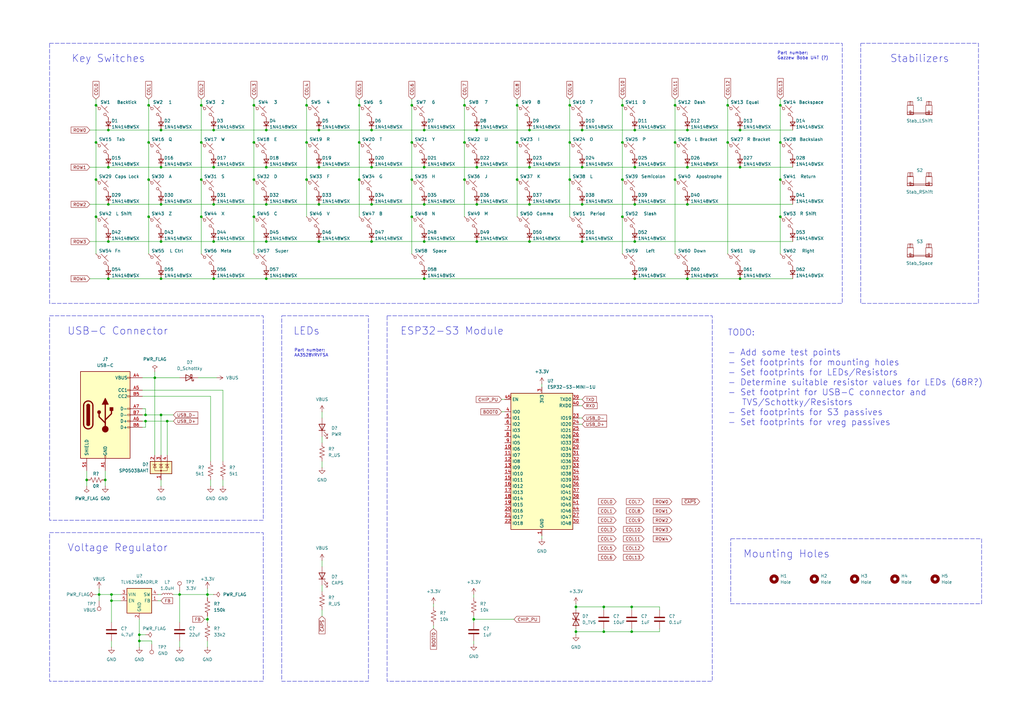
<source format=kicad_sch>
(kicad_sch
	(version 20231120)
	(generator "eeschema")
	(generator_version "8.0")
	(uuid "e4506249-386c-4d18-8aff-6a65c29a8ffd")
	(paper "A3")
	(title_block
		(title "黒板 - Kokuban")
	)
	
	(junction
		(at 281.94 114.3)
		(diameter 0)
		(color 0 0 0 0)
		(uuid "024c2de2-f54d-4ba3-8f81-87577850b541")
	)
	(junction
		(at 40.64 243.84)
		(diameter 0)
		(color 0 0 0 0)
		(uuid "02f444c6-6a2f-4e3d-a3d1-ea292b4c4fec")
	)
	(junction
		(at 147.32 73.66)
		(diameter 0)
		(color 0 0 0 0)
		(uuid "03f427fb-cfe1-41f3-aa0a-ed13c06bf927")
	)
	(junction
		(at 320.04 88.9)
		(diameter 0)
		(color 0 0 0 0)
		(uuid "0726a9a2-50ab-469f-92fa-02e31acf537b")
	)
	(junction
		(at 45.72 243.84)
		(diameter 0)
		(color 0 0 0 0)
		(uuid "0818b77a-8077-445e-89ac-95f9c240a248")
	)
	(junction
		(at 281.94 68.58)
		(diameter 0)
		(color 0 0 0 0)
		(uuid "0860a45e-46c0-4cc1-ae46-7bb97bca70ee")
	)
	(junction
		(at 66.04 83.82)
		(diameter 0)
		(color 0 0 0 0)
		(uuid "093f132c-7974-4274-af46-889f71d7c978")
	)
	(junction
		(at 190.5 73.66)
		(diameter 0)
		(color 0 0 0 0)
		(uuid "0c737bb0-e123-499d-bd3a-f9df52f421ff")
	)
	(junction
		(at 45.72 246.38)
		(diameter 0)
		(color 0 0 0 0)
		(uuid "0cebbd8d-d6c5-433d-9bcf-32a630a5ab3a")
	)
	(junction
		(at 44.45 83.82)
		(diameter 0)
		(color 0 0 0 0)
		(uuid "0e033496-4c46-4e20-9200-7a5cc2a29843")
	)
	(junction
		(at 195.58 99.06)
		(diameter 0)
		(color 0 0 0 0)
		(uuid "0ec7c4a4-9298-484e-bed7-06a7e4746133")
	)
	(junction
		(at 233.68 58.42)
		(diameter 0)
		(color 0 0 0 0)
		(uuid "10f77238-e354-4de0-b516-18498e091773")
	)
	(junction
		(at 43.18 196.85)
		(diameter 0)
		(color 0 0 0 0)
		(uuid "1636e74f-4f2e-4315-a649-92fea742bab9")
	)
	(junction
		(at 39.37 58.42)
		(diameter 0)
		(color 0 0 0 0)
		(uuid "2194da53-06c5-46ba-b847-fca46771cacf")
	)
	(junction
		(at 60.96 73.66)
		(diameter 0)
		(color 0 0 0 0)
		(uuid "234b271b-8476-4712-94f5-d38cf4720980")
	)
	(junction
		(at 66.04 114.3)
		(diameter 0)
		(color 0 0 0 0)
		(uuid "241675c6-aa6f-40f6-ae95-619b6a9559c2")
	)
	(junction
		(at 63.5 154.94)
		(diameter 0)
		(color 0 0 0 0)
		(uuid "24440f93-3477-4904-9e53-ab1ed1c65150")
	)
	(junction
		(at 60.96 58.42)
		(diameter 0)
		(color 0 0 0 0)
		(uuid "2524067f-3f45-463d-bd54-659791993ab4")
	)
	(junction
		(at 259.08 248.92)
		(diameter 0)
		(color 0 0 0 0)
		(uuid "318141a4-8d0b-49c3-8878-bd0e9d99dd15")
	)
	(junction
		(at 57.15 262.89)
		(diameter 0)
		(color 0 0 0 0)
		(uuid "32bdf189-b29b-46a2-bc96-85e01704f27a")
	)
	(junction
		(at 276.86 43.18)
		(diameter 0)
		(color 0 0 0 0)
		(uuid "33650c49-d3fd-4968-909c-b6a928812818")
	)
	(junction
		(at 73.66 243.84)
		(diameter 0)
		(color 0 0 0 0)
		(uuid "34b65327-a1fe-4906-85c9-97fd03e934f1")
	)
	(junction
		(at 152.4 99.06)
		(diameter 0)
		(color 0 0 0 0)
		(uuid "369bc95d-b400-4093-aac0-906a9ba37ab9")
	)
	(junction
		(at 82.55 88.9)
		(diameter 0)
		(color 0 0 0 0)
		(uuid "39a01a84-7f06-4a4e-b5ba-d1a08f747d0d")
	)
	(junction
		(at 238.76 99.06)
		(diameter 0)
		(color 0 0 0 0)
		(uuid "3b09eacd-8f9d-41c6-97ff-d973867f44b4")
	)
	(junction
		(at 276.86 73.66)
		(diameter 0)
		(color 0 0 0 0)
		(uuid "3b2a8698-1e54-41f2-afc7-ac1093f01f20")
	)
	(junction
		(at 125.73 73.66)
		(diameter 0)
		(color 0 0 0 0)
		(uuid "3c944110-73fa-4d08-a670-0bf832b5feea")
	)
	(junction
		(at 130.81 68.58)
		(diameter 0)
		(color 0 0 0 0)
		(uuid "3fe68962-fd34-40b6-9338-5565b7e8eee0")
	)
	(junction
		(at 303.53 114.3)
		(diameter 0)
		(color 0 0 0 0)
		(uuid "41583e1e-2287-4878-814e-58086bdc92bb")
	)
	(junction
		(at 238.76 53.34)
		(diameter 0)
		(color 0 0 0 0)
		(uuid "41d7ea92-9713-4431-ba2d-a66cdcceb1ca")
	)
	(junction
		(at 247.65 248.92)
		(diameter 0)
		(color 0 0 0 0)
		(uuid "44adb554-9c09-4d62-ae23-ac8e9526106f")
	)
	(junction
		(at 255.27 58.42)
		(diameter 0)
		(color 0 0 0 0)
		(uuid "44da5a7b-cbee-4a92-b29e-08f5bd2a6df5")
	)
	(junction
		(at 298.45 43.18)
		(diameter 0)
		(color 0 0 0 0)
		(uuid "45eab24c-9c9b-4d73-b923-8e04840977b2")
	)
	(junction
		(at 217.17 68.58)
		(diameter 0)
		(color 0 0 0 0)
		(uuid "4a99811d-4fb2-4b40-84b1-49edc15838ae")
	)
	(junction
		(at 82.55 43.18)
		(diameter 0)
		(color 0 0 0 0)
		(uuid "4c518b43-12e6-47e6-9608-a014e62406d5")
	)
	(junction
		(at 259.08 259.08)
		(diameter 0)
		(color 0 0 0 0)
		(uuid "4c59c8c6-b3fc-449a-bd76-df1e5c9a8665")
	)
	(junction
		(at 276.86 58.42)
		(diameter 0)
		(color 0 0 0 0)
		(uuid "4df8cc90-7016-45db-ad45-987df6fb0810")
	)
	(junction
		(at 130.81 99.06)
		(diameter 0)
		(color 0 0 0 0)
		(uuid "4dfda1cb-dac7-41c4-b7eb-11bd246c545c")
	)
	(junction
		(at 212.09 58.42)
		(diameter 0)
		(color 0 0 0 0)
		(uuid "4fee98c6-6729-42b8-9d18-483d5ecab6c5")
	)
	(junction
		(at 217.17 99.06)
		(diameter 0)
		(color 0 0 0 0)
		(uuid "560b83ab-4413-4da9-9846-52b7c34bbd6d")
	)
	(junction
		(at 44.45 53.34)
		(diameter 0)
		(color 0 0 0 0)
		(uuid "57483f54-89c9-4eaf-9e54-9e7789095317")
	)
	(junction
		(at 238.76 83.82)
		(diameter 0)
		(color 0 0 0 0)
		(uuid "587362f5-7953-4565-93c0-2d7d5f79c48f")
	)
	(junction
		(at 125.73 43.18)
		(diameter 0)
		(color 0 0 0 0)
		(uuid "58f9e710-9c4b-451b-ab3e-2a0d5d439c87")
	)
	(junction
		(at 260.35 99.06)
		(diameter 0)
		(color 0 0 0 0)
		(uuid "593dfa29-5fb2-4ae4-b822-ffbc6b1df5fd")
	)
	(junction
		(at 236.22 248.92)
		(diameter 0)
		(color 0 0 0 0)
		(uuid "59ac066c-c7b7-4072-a1e6-05f090496229")
	)
	(junction
		(at 190.5 43.18)
		(diameter 0)
		(color 0 0 0 0)
		(uuid "5efd6b5d-ca3b-4426-9db8-9128c2cd56b2")
	)
	(junction
		(at 173.99 114.3)
		(diameter 0)
		(color 0 0 0 0)
		(uuid "5f4f4d0d-2160-42cd-a251-0f67eb8168e0")
	)
	(junction
		(at 255.27 43.18)
		(diameter 0)
		(color 0 0 0 0)
		(uuid "5f87a961-1a43-4394-9918-30538c67ea0b")
	)
	(junction
		(at 303.53 53.34)
		(diameter 0)
		(color 0 0 0 0)
		(uuid "61053fc3-b945-4f04-8c77-494471227d19")
	)
	(junction
		(at 85.09 254)
		(diameter 0)
		(color 0 0 0 0)
		(uuid "6219aad8-cedf-4e46-aba3-3d71affe1f6a")
	)
	(junction
		(at 320.04 58.42)
		(diameter 0)
		(color 0 0 0 0)
		(uuid "65872694-a8e7-48fd-8290-9eef1adf7cc7")
	)
	(junction
		(at 109.22 114.3)
		(diameter 0)
		(color 0 0 0 0)
		(uuid "67df8956-5568-4347-bdf3-e90d3a5445eb")
	)
	(junction
		(at 168.91 58.42)
		(diameter 0)
		(color 0 0 0 0)
		(uuid "67f6d5b9-9f24-4798-8958-e23e0dd61ac9")
	)
	(junction
		(at 87.63 68.58)
		(diameter 0)
		(color 0 0 0 0)
		(uuid "6946d969-ab6f-45b6-b235-9b20cf70ee7a")
	)
	(junction
		(at 236.22 259.08)
		(diameter 0)
		(color 0 0 0 0)
		(uuid "6b0c3db9-3e40-4e73-96cd-2ae7b1da79e3")
	)
	(junction
		(at 35.56 196.85)
		(diameter 0)
		(color 0 0 0 0)
		(uuid "6b6b69ce-0d6c-49f7-ae90-62ceee22fdce")
	)
	(junction
		(at 44.45 99.06)
		(diameter 0)
		(color 0 0 0 0)
		(uuid "6c396f5e-3555-4558-8229-4d891c6606b5")
	)
	(junction
		(at 39.37 88.9)
		(diameter 0)
		(color 0 0 0 0)
		(uuid "6eb7ed0a-e98c-405f-9442-f2aac59158dd")
	)
	(junction
		(at 109.22 99.06)
		(diameter 0)
		(color 0 0 0 0)
		(uuid "6f5f346b-21d0-45ab-86e9-7a21070ee3bf")
	)
	(junction
		(at 39.37 73.66)
		(diameter 0)
		(color 0 0 0 0)
		(uuid "7330fcc5-359f-4fcd-b86b-6e61aeab454a")
	)
	(junction
		(at 195.58 53.34)
		(diameter 0)
		(color 0 0 0 0)
		(uuid "774d497f-c5f3-4a79-a83c-3b0160da4db7")
	)
	(junction
		(at 109.22 83.82)
		(diameter 0)
		(color 0 0 0 0)
		(uuid "7ab78e6e-0933-4fb6-a621-71ddf13b011e")
	)
	(junction
		(at 217.17 83.82)
		(diameter 0)
		(color 0 0 0 0)
		(uuid "7f07bb31-9914-45fc-872a-7ccb7ecaf113")
	)
	(junction
		(at 59.69 170.18)
		(diameter 0)
		(color 0 0 0 0)
		(uuid "7f0973f8-ec18-4fe7-8837-d72c6c65c901")
	)
	(junction
		(at 168.91 43.18)
		(diameter 0)
		(color 0 0 0 0)
		(uuid "7f388720-6439-4701-8820-9e804fe0c5b7")
	)
	(junction
		(at 147.32 43.18)
		(diameter 0)
		(color 0 0 0 0)
		(uuid "7fd15067-d72b-4e1a-8337-3c0e4a704dd2")
	)
	(junction
		(at 152.4 68.58)
		(diameter 0)
		(color 0 0 0 0)
		(uuid "83a82ebb-6426-448a-ad27-9b4f23ee5333")
	)
	(junction
		(at 281.94 83.82)
		(diameter 0)
		(color 0 0 0 0)
		(uuid "850437da-4631-4361-aab5-2a606f49ec8d")
	)
	(junction
		(at 212.09 43.18)
		(diameter 0)
		(color 0 0 0 0)
		(uuid "8c23048d-78c5-48eb-b7ce-41e1c3086651")
	)
	(junction
		(at 195.58 68.58)
		(diameter 0)
		(color 0 0 0 0)
		(uuid "8cf570f3-a9cf-4655-bc90-cbf4d6cf4d1b")
	)
	(junction
		(at 260.35 68.58)
		(diameter 0)
		(color 0 0 0 0)
		(uuid "8d8dec96-0893-45da-b546-2782af82e148")
	)
	(junction
		(at 147.32 58.42)
		(diameter 0)
		(color 0 0 0 0)
		(uuid "90d5930c-3572-40f1-b411-604c2a96d259")
	)
	(junction
		(at 173.99 68.58)
		(diameter 0)
		(color 0 0 0 0)
		(uuid "910dd57d-4ded-4c64-8606-0dd2f773d525")
	)
	(junction
		(at 82.55 73.66)
		(diameter 0)
		(color 0 0 0 0)
		(uuid "9394d1a7-d6f4-47ba-a712-62d37b1471fd")
	)
	(junction
		(at 87.63 83.82)
		(diameter 0)
		(color 0 0 0 0)
		(uuid "945cb3b7-4227-4bbf-89ec-60ec4708cf52")
	)
	(junction
		(at 320.04 43.18)
		(diameter 0)
		(color 0 0 0 0)
		(uuid "972f941b-ade8-49d2-8bf9-437b0e9d1961")
	)
	(junction
		(at 152.4 53.34)
		(diameter 0)
		(color 0 0 0 0)
		(uuid "988b92a4-8162-44b7-b298-1a9f73dfb4ec")
	)
	(junction
		(at 255.27 88.9)
		(diameter 0)
		(color 0 0 0 0)
		(uuid "98f78449-7af9-42c3-a312-0b80d912df9b")
	)
	(junction
		(at 247.65 259.08)
		(diameter 0)
		(color 0 0 0 0)
		(uuid "9c460bf0-bc91-4b22-88a0-b4cbd757e1f0")
	)
	(junction
		(at 255.27 73.66)
		(diameter 0)
		(color 0 0 0 0)
		(uuid "9efdf83c-d3ba-48b2-a2c2-eeca08076697")
	)
	(junction
		(at 66.04 99.06)
		(diameter 0)
		(color 0 0 0 0)
		(uuid "a494e734-39fe-471d-924d-7547fac49488")
	)
	(junction
		(at 260.35 114.3)
		(diameter 0)
		(color 0 0 0 0)
		(uuid "a7317f46-c927-46b0-a008-bbc49f810055")
	)
	(junction
		(at 173.99 99.06)
		(diameter 0)
		(color 0 0 0 0)
		(uuid "a73da491-c51f-4aec-8067-ecd37ccfb894")
	)
	(junction
		(at 104.14 43.18)
		(diameter 0)
		(color 0 0 0 0)
		(uuid "ab39f7ef-0103-4eb8-ba1b-4af1ce88852b")
	)
	(junction
		(at 44.45 114.3)
		(diameter 0)
		(color 0 0 0 0)
		(uuid "acb036c6-ac6c-4508-9a06-c8e4f342f53f")
	)
	(junction
		(at 194.31 254)
		(diameter 0)
		(color 0 0 0 0)
		(uuid "ae9fb9b5-a588-4c7b-9679-9ee317ceacea")
	)
	(junction
		(at 303.53 68.58)
		(diameter 0)
		(color 0 0 0 0)
		(uuid "b10e24b9-97de-4112-a607-50dc2628837d")
	)
	(junction
		(at 130.81 83.82)
		(diameter 0)
		(color 0 0 0 0)
		(uuid "b47c7b35-aa94-4754-9d47-549faa2af131")
	)
	(junction
		(at 87.63 53.34)
		(diameter 0)
		(color 0 0 0 0)
		(uuid "b48bcb93-38d6-461e-9793-401b9b839c07")
	)
	(junction
		(at 60.96 88.9)
		(diameter 0)
		(color 0 0 0 0)
		(uuid "b4955672-631c-45f9-83da-3caac56c47ae")
	)
	(junction
		(at 104.14 58.42)
		(diameter 0)
		(color 0 0 0 0)
		(uuid "b84d48bc-a3da-4eee-9db1-32643ee58eec")
	)
	(junction
		(at 85.09 243.84)
		(diameter 0)
		(color 0 0 0 0)
		(uuid "bac4ac1a-74ab-4229-b281-a580e9e1b22a")
	)
	(junction
		(at 57.15 260.35)
		(diameter 0)
		(color 0 0 0 0)
		(uuid "bce2d654-1937-4bf3-86b8-b8eecb08a72d")
	)
	(junction
		(at 125.73 58.42)
		(diameter 0)
		(color 0 0 0 0)
		(uuid "bdc51064-11e3-4fad-acea-6b4d9cf1fdbe")
	)
	(junction
		(at 190.5 58.42)
		(diameter 0)
		(color 0 0 0 0)
		(uuid "c0b71eb1-7210-435e-ab07-f032077844a1")
	)
	(junction
		(at 109.22 68.58)
		(diameter 0)
		(color 0 0 0 0)
		(uuid "c2c691dc-42d9-44a7-9432-a2acacf383fe")
	)
	(junction
		(at 66.04 53.34)
		(diameter 0)
		(color 0 0 0 0)
		(uuid "c3e3c54a-8840-424d-a503-36ef68a34549")
	)
	(junction
		(at 173.99 53.34)
		(diameter 0)
		(color 0 0 0 0)
		(uuid "c5dabbaa-16db-41fa-be8f-a4ada6257ce0")
	)
	(junction
		(at 233.68 43.18)
		(diameter 0)
		(color 0 0 0 0)
		(uuid "cd339c12-faa2-4c23-af1f-98bd5c579a97")
	)
	(junction
		(at 68.58 172.72)
		(diameter 0)
		(color 0 0 0 0)
		(uuid "ce048dbd-b0bb-4372-834b-d1e21718610e")
	)
	(junction
		(at 238.76 68.58)
		(diameter 0)
		(color 0 0 0 0)
		(uuid "ceb63e65-ba18-4a59-809f-7b70bbd68e90")
	)
	(junction
		(at 109.22 53.34)
		(diameter 0)
		(color 0 0 0 0)
		(uuid "cf816c53-f524-41dd-8236-ff8527d1a68d")
	)
	(junction
		(at 260.35 83.82)
		(diameter 0)
		(color 0 0 0 0)
		(uuid "d23c76db-a52b-4619-b712-1b6dd42ba8fa")
	)
	(junction
		(at 39.37 43.18)
		(diameter 0)
		(color 0 0 0 0)
		(uuid "d2f3cbe9-37f5-4bcd-979d-abdd5f542630")
	)
	(junction
		(at 59.69 172.72)
		(diameter 0)
		(color 0 0 0 0)
		(uuid "d3377e1a-1a98-4f16-9495-3db7f20c682f")
	)
	(junction
		(at 320.04 73.66)
		(diameter 0)
		(color 0 0 0 0)
		(uuid "d4c403fa-cd0c-4010-a5f4-ef34957da93a")
	)
	(junction
		(at 168.91 73.66)
		(diameter 0)
		(color 0 0 0 0)
		(uuid "d561023f-ad1c-425f-a837-aacd02bfc133")
	)
	(junction
		(at 82.55 58.42)
		(diameter 0)
		(color 0 0 0 0)
		(uuid "d5b3311d-515d-415f-8f11-2d37b3462ee4")
	)
	(junction
		(at 195.58 83.82)
		(diameter 0)
		(color 0 0 0 0)
		(uuid "d8924443-ed4a-4c5a-8319-95d979297fc5")
	)
	(junction
		(at 260.35 53.34)
		(diameter 0)
		(color 0 0 0 0)
		(uuid "d8eb9271-ce4a-4026-a76b-375b73297c25")
	)
	(junction
		(at 168.91 88.9)
		(diameter 0)
		(color 0 0 0 0)
		(uuid "ddbbfb6f-d532-4675-9500-9e05d64c24bf")
	)
	(junction
		(at 66.04 68.58)
		(diameter 0)
		(color 0 0 0 0)
		(uuid "de9fc1c6-be30-4ae9-9b2c-9506b8b67148")
	)
	(junction
		(at 173.99 83.82)
		(diameter 0)
		(color 0 0 0 0)
		(uuid "e5551cc5-7bf1-4f4d-857b-66db7d26e252")
	)
	(junction
		(at 87.63 99.06)
		(diameter 0)
		(color 0 0 0 0)
		(uuid "e57626e8-e8de-43f2-9c77-cfa81363395d")
	)
	(junction
		(at 104.14 88.9)
		(diameter 0)
		(color 0 0 0 0)
		(uuid "eb630c1a-8768-41a5-914d-c318a6f620ad")
	)
	(junction
		(at 66.04 170.18)
		(diameter 0)
		(color 0 0 0 0)
		(uuid "ece1d08a-3a13-44b1-a071-5659c93fb408")
	)
	(junction
		(at 87.63 114.3)
		(diameter 0)
		(color 0 0 0 0)
		(uuid "ee59419e-66cd-4445-b90d-68f02d4e4cd3")
	)
	(junction
		(at 298.45 58.42)
		(diameter 0)
		(color 0 0 0 0)
		(uuid "f0894fcd-88d2-47da-a8dc-7be741bb12e3")
	)
	(junction
		(at 44.45 68.58)
		(diameter 0)
		(color 0 0 0 0)
		(uuid "f20cdc95-66c2-4544-bec7-5b4cc3bd79a3")
	)
	(junction
		(at 281.94 53.34)
		(diameter 0)
		(color 0 0 0 0)
		(uuid "f4526a96-2587-46c4-9029-75abb54ead2e")
	)
	(junction
		(at 104.14 73.66)
		(diameter 0)
		(color 0 0 0 0)
		(uuid "f5d395c4-816d-4fe5-8c94-52b711e583ae")
	)
	(junction
		(at 152.4 83.82)
		(diameter 0)
		(color 0 0 0 0)
		(uuid "f8501eb3-c8c4-42d3-b633-e84bd23b5703")
	)
	(junction
		(at 233.68 73.66)
		(diameter 0)
		(color 0 0 0 0)
		(uuid "fa594f4f-f950-4664-8e63-860fe3af61ea")
	)
	(junction
		(at 212.09 73.66)
		(diameter 0)
		(color 0 0 0 0)
		(uuid "fb7092ee-0a4e-4506-a37c-bb0ac89a2ed8")
	)
	(junction
		(at 130.81 53.34)
		(diameter 0)
		(color 0 0 0 0)
		(uuid "fc7cdf45-41de-452d-ac85-2806ce8bdd83")
	)
	(junction
		(at 217.17 53.34)
		(diameter 0)
		(color 0 0 0 0)
		(uuid "fe17bc56-4422-4837-a02b-c5d739fc63c3")
	)
	(junction
		(at 60.96 43.18)
		(diameter 0)
		(color 0 0 0 0)
		(uuid "ff5894f0-664e-4521-af29-e2deb6a3fdfe")
	)
	(wire
		(pts
			(xy 59.69 167.64) (xy 59.69 170.18)
		)
		(stroke
			(width 0)
			(type default)
		)
		(uuid "00d5a88e-f1ad-4f8e-98a1-85b44a2e3421")
	)
	(wire
		(pts
			(xy 73.66 242.57) (xy 73.66 243.84)
		)
		(stroke
			(width 0)
			(type default)
		)
		(uuid "031e1596-6baa-4670-859f-579f6c8d1c00")
	)
	(wire
		(pts
			(xy 217.17 83.82) (xy 238.76 83.82)
		)
		(stroke
			(width 0)
			(type default)
		)
		(uuid "03a6d194-be2d-4a57-acda-4847cee40cd8")
	)
	(wire
		(pts
			(xy 125.73 73.66) (xy 125.73 88.9)
		)
		(stroke
			(width 0)
			(type default)
		)
		(uuid "03e6195b-fe33-4f83-bf95-12a2160f1742")
	)
	(wire
		(pts
			(xy 58.42 172.72) (xy 59.69 172.72)
		)
		(stroke
			(width 0)
			(type default)
		)
		(uuid "05429114-34dd-4440-b063-abba796954c9")
	)
	(wire
		(pts
			(xy 83.82 254) (xy 85.09 254)
		)
		(stroke
			(width 0)
			(type default)
		)
		(uuid "057ec780-c6cc-4465-994e-7255a5b08f02")
	)
	(wire
		(pts
			(xy 44.45 99.06) (xy 66.04 99.06)
		)
		(stroke
			(width 0)
			(type default)
		)
		(uuid "05a66c5a-60fe-456a-a7fe-714de4552609")
	)
	(wire
		(pts
			(xy 298.45 58.42) (xy 298.45 104.14)
		)
		(stroke
			(width 0)
			(type default)
		)
		(uuid "05aed75f-3518-41ef-8699-a5baef50675d")
	)
	(wire
		(pts
			(xy 132.08 250.19) (xy 132.08 252.73)
		)
		(stroke
			(width 0)
			(type default)
		)
		(uuid "0671cad0-76a3-4550-86db-d445eeaf0062")
	)
	(wire
		(pts
			(xy 303.53 53.34) (xy 325.12 53.34)
		)
		(stroke
			(width 0)
			(type default)
		)
		(uuid "070e5dbe-3611-4507-bed6-b3141672e9c7")
	)
	(wire
		(pts
			(xy 104.14 43.18) (xy 104.14 58.42)
		)
		(stroke
			(width 0)
			(type default)
		)
		(uuid "0969cf71-7595-4d43-8b46-b2934435d6f8")
	)
	(wire
		(pts
			(xy 281.94 53.34) (xy 303.53 53.34)
		)
		(stroke
			(width 0)
			(type default)
		)
		(uuid "096c045d-185e-4405-80ee-fe475acd28bc")
	)
	(wire
		(pts
			(xy 320.04 88.9) (xy 320.04 104.14)
		)
		(stroke
			(width 0)
			(type default)
		)
		(uuid "0dc3ffb2-5764-4558-95ac-45bc30e849fc")
	)
	(wire
		(pts
			(xy 36.83 114.3) (xy 44.45 114.3)
		)
		(stroke
			(width 0)
			(type default)
		)
		(uuid "0eb04163-2746-496e-92b6-5554008dae29")
	)
	(wire
		(pts
			(xy 152.4 83.82) (xy 173.99 83.82)
		)
		(stroke
			(width 0)
			(type default)
		)
		(uuid "0ee51d74-0ae5-44c5-b925-e624d514e842")
	)
	(wire
		(pts
			(xy 45.72 246.38) (xy 45.72 255.27)
		)
		(stroke
			(width 0)
			(type default)
		)
		(uuid "109e35e8-004d-4650-9198-545bdffaced6")
	)
	(wire
		(pts
			(xy 87.63 83.82) (xy 109.22 83.82)
		)
		(stroke
			(width 0)
			(type default)
		)
		(uuid "1120f940-5fd0-4ddd-9fe1-9cdaba2cd2a7")
	)
	(wire
		(pts
			(xy 173.99 68.58) (xy 195.58 68.58)
		)
		(stroke
			(width 0)
			(type default)
		)
		(uuid "12130d33-f5de-4a5b-b4b7-67f77ab4977c")
	)
	(wire
		(pts
			(xy 168.91 40.64) (xy 168.91 43.18)
		)
		(stroke
			(width 0)
			(type default)
		)
		(uuid "12633245-8ac8-4734-9eda-54392d85e30b")
	)
	(wire
		(pts
			(xy 132.08 168.91) (xy 132.08 171.45)
		)
		(stroke
			(width 0)
			(type default)
		)
		(uuid "12c951c7-9a48-4c52-820e-ba05ca6c9918")
	)
	(wire
		(pts
			(xy 173.99 99.06) (xy 195.58 99.06)
		)
		(stroke
			(width 0)
			(type default)
		)
		(uuid "1353d344-0bea-4548-96dd-30114fd8b252")
	)
	(wire
		(pts
			(xy 320.04 43.18) (xy 320.04 58.42)
		)
		(stroke
			(width 0)
			(type default)
		)
		(uuid "16419d45-976a-4943-98bb-a93098551cf1")
	)
	(wire
		(pts
			(xy 260.35 83.82) (xy 281.94 83.82)
		)
		(stroke
			(width 0)
			(type default)
		)
		(uuid "16d535fe-986f-48c3-8f77-490cb5030082")
	)
	(wire
		(pts
			(xy 66.04 170.18) (xy 71.12 170.18)
		)
		(stroke
			(width 0)
			(type default)
		)
		(uuid "188135ce-6bad-4138-b06b-828ec25e13ef")
	)
	(wire
		(pts
			(xy 39.37 43.18) (xy 39.37 58.42)
		)
		(stroke
			(width 0)
			(type default)
		)
		(uuid "18dcb7d2-cb98-4f8c-a466-a910e8df03ab")
	)
	(wire
		(pts
			(xy 236.22 247.65) (xy 236.22 248.92)
		)
		(stroke
			(width 0)
			(type default)
		)
		(uuid "1a6ea4cc-bd50-4430-8f36-4b3ed5bec742")
	)
	(wire
		(pts
			(xy 63.5 154.94) (xy 73.66 154.94)
		)
		(stroke
			(width 0)
			(type default)
		)
		(uuid "1aede35d-f820-48be-aa12-01f95c1ebbed")
	)
	(wire
		(pts
			(xy 35.56 196.85) (xy 35.56 199.39)
		)
		(stroke
			(width 0)
			(type default)
		)
		(uuid "1b7e2335-3837-404c-8538-b0f94bae22be")
	)
	(wire
		(pts
			(xy 212.09 73.66) (xy 212.09 88.9)
		)
		(stroke
			(width 0)
			(type default)
		)
		(uuid "1ba3ea49-2fe5-4b27-b0d9-2d21f579b5b6")
	)
	(wire
		(pts
			(xy 45.72 246.38) (xy 45.72 243.84)
		)
		(stroke
			(width 0)
			(type default)
		)
		(uuid "1be5ea26-7d73-488f-ab01-72f5d3c5d7a5")
	)
	(wire
		(pts
			(xy 44.45 68.58) (xy 66.04 68.58)
		)
		(stroke
			(width 0)
			(type default)
		)
		(uuid "1c7f61aa-ebb1-4163-83b1-1a780b246da8")
	)
	(wire
		(pts
			(xy 91.44 160.02) (xy 91.44 189.23)
		)
		(stroke
			(width 0)
			(type default)
		)
		(uuid "1c865ba3-c07d-469f-8520-59703eef8211")
	)
	(wire
		(pts
			(xy 168.91 43.18) (xy 168.91 58.42)
		)
		(stroke
			(width 0)
			(type default)
		)
		(uuid "1caf817c-c8f2-4efe-baab-51f90532a220")
	)
	(wire
		(pts
			(xy 60.96 58.42) (xy 60.96 73.66)
		)
		(stroke
			(width 0)
			(type default)
		)
		(uuid "1ee7c0ff-fef8-40fe-a009-f4d4a07c78c0")
	)
	(wire
		(pts
			(xy 260.35 99.06) (xy 325.12 99.06)
		)
		(stroke
			(width 0)
			(type default)
		)
		(uuid "2011e8e7-dd50-4aa4-abb1-459b93677d8b")
	)
	(wire
		(pts
			(xy 132.08 189.23) (xy 132.08 191.77)
		)
		(stroke
			(width 0)
			(type default)
		)
		(uuid "230bba94-c3da-41a5-81b0-b71a6f6cde45")
	)
	(wire
		(pts
			(xy 39.37 243.84) (xy 40.64 243.84)
		)
		(stroke
			(width 0)
			(type default)
		)
		(uuid "23645afc-2f11-4997-a607-4721e8628c6b")
	)
	(wire
		(pts
			(xy 132.08 229.87) (xy 132.08 232.41)
		)
		(stroke
			(width 0)
			(type default)
		)
		(uuid "242811d6-9deb-41d0-87bd-39e3758c2dd7")
	)
	(wire
		(pts
			(xy 222.25 157.48) (xy 222.25 158.75)
		)
		(stroke
			(width 0)
			(type default)
		)
		(uuid "263a8d69-0c7d-44a8-a2e0-37be8f688687")
	)
	(wire
		(pts
			(xy 58.42 160.02) (xy 91.44 160.02)
		)
		(stroke
			(width 0)
			(type default)
		)
		(uuid "28e961d6-49cb-4a28-90af-920adb74cc17")
	)
	(wire
		(pts
			(xy 57.15 262.89) (xy 62.23 262.89)
		)
		(stroke
			(width 0)
			(type default)
		)
		(uuid "2908e7bd-8b99-4117-adee-0e06dfeb8051")
	)
	(wire
		(pts
			(xy 247.65 250.19) (xy 247.65 248.92)
		)
		(stroke
			(width 0)
			(type default)
		)
		(uuid "29b3294e-ceb4-436c-88c4-38781a97692a")
	)
	(wire
		(pts
			(xy 147.32 58.42) (xy 147.32 73.66)
		)
		(stroke
			(width 0)
			(type default)
		)
		(uuid "2a1461bb-bc00-4b4a-bd48-dd5dee46cc11")
	)
	(wire
		(pts
			(xy 57.15 260.35) (xy 59.69 260.35)
		)
		(stroke
			(width 0)
			(type default)
		)
		(uuid "2a2d352f-0a49-454f-8d92-8ceb0e6f8581")
	)
	(wire
		(pts
			(xy 109.22 99.06) (xy 130.81 99.06)
		)
		(stroke
			(width 0)
			(type default)
		)
		(uuid "2c3e0259-64c8-4ab7-a990-c6873ca44ab1")
	)
	(wire
		(pts
			(xy 132.08 240.03) (xy 132.08 242.57)
		)
		(stroke
			(width 0)
			(type default)
		)
		(uuid "2c68ef28-b964-4fa7-afda-50a47c74d965")
	)
	(wire
		(pts
			(xy 40.64 243.84) (xy 45.72 243.84)
		)
		(stroke
			(width 0)
			(type default)
		)
		(uuid "312ab12c-5e9e-4373-a3ef-431fa321a815")
	)
	(wire
		(pts
			(xy 58.42 162.56) (xy 86.36 162.56)
		)
		(stroke
			(width 0)
			(type default)
		)
		(uuid "3131ed7f-ce9b-4ae9-876d-2580f523ec57")
	)
	(wire
		(pts
			(xy 236.22 259.08) (xy 236.22 260.35)
		)
		(stroke
			(width 0)
			(type default)
		)
		(uuid "31ad3b09-2caf-431b-b920-3cce44fc8850")
	)
	(wire
		(pts
			(xy 259.08 248.92) (xy 259.08 250.19)
		)
		(stroke
			(width 0)
			(type default)
		)
		(uuid "31da192a-2757-4893-bbd2-5d6a6d176477")
	)
	(wire
		(pts
			(xy 281.94 68.58) (xy 303.53 68.58)
		)
		(stroke
			(width 0)
			(type default)
		)
		(uuid "31e45f30-f605-464a-8781-b2fa000da9d3")
	)
	(wire
		(pts
			(xy 205.74 163.83) (xy 207.01 163.83)
		)
		(stroke
			(width 0)
			(type default)
		)
		(uuid "32bd44f9-3f8f-4431-aff9-2c079f78162a")
	)
	(wire
		(pts
			(xy 195.58 68.58) (xy 217.17 68.58)
		)
		(stroke
			(width 0)
			(type default)
		)
		(uuid "32e2e8b1-a7da-4048-8e1d-17d8ea6e79b2")
	)
	(wire
		(pts
			(xy 194.31 243.84) (xy 194.31 245.11)
		)
		(stroke
			(width 0)
			(type default)
		)
		(uuid "35bd566b-6c70-41fd-88b6-e1c183bf262e")
	)
	(wire
		(pts
			(xy 281.94 114.3) (xy 303.53 114.3)
		)
		(stroke
			(width 0)
			(type default)
		)
		(uuid "364a4a49-09a8-4f8d-a071-744e4e64206e")
	)
	(wire
		(pts
			(xy 85.09 262.89) (xy 85.09 265.43)
		)
		(stroke
			(width 0)
			(type default)
		)
		(uuid "37129a49-36ee-4f25-9906-433443a24b7b")
	)
	(wire
		(pts
			(xy 36.83 83.82) (xy 44.45 83.82)
		)
		(stroke
			(width 0)
			(type default)
		)
		(uuid "383b9173-f203-4ef8-b780-cba180d46358")
	)
	(wire
		(pts
			(xy 82.55 58.42) (xy 82.55 73.66)
		)
		(stroke
			(width 0)
			(type default)
		)
		(uuid "389a934d-3a30-4ac9-84b8-7fb4b2e881d4")
	)
	(wire
		(pts
			(xy 40.64 246.38) (xy 40.64 243.84)
		)
		(stroke
			(width 0)
			(type default)
		)
		(uuid "38b7f7f6-6ddc-4fe7-be2f-64dcdf02e08a")
	)
	(wire
		(pts
			(xy 130.81 99.06) (xy 152.4 99.06)
		)
		(stroke
			(width 0)
			(type default)
		)
		(uuid "38d69e0d-5f77-4244-ad91-52de7c838697")
	)
	(wire
		(pts
			(xy 298.45 43.18) (xy 298.45 58.42)
		)
		(stroke
			(width 0)
			(type default)
		)
		(uuid "391bacfb-3c01-46d8-9b47-e15b03009b89")
	)
	(wire
		(pts
			(xy 44.45 114.3) (xy 66.04 114.3)
		)
		(stroke
			(width 0)
			(type default)
		)
		(uuid "393534f6-81dc-4cb1-b7ed-c394b268978c")
	)
	(wire
		(pts
			(xy 60.96 40.64) (xy 60.96 43.18)
		)
		(stroke
			(width 0)
			(type default)
		)
		(uuid "3aea81e3-9d50-49b4-9e94-f0e856c22647")
	)
	(wire
		(pts
			(xy 276.86 73.66) (xy 276.86 104.14)
		)
		(stroke
			(width 0)
			(type default)
		)
		(uuid "3b8e1d5d-c746-4905-b378-c4e70d2039f2")
	)
	(wire
		(pts
			(xy 59.69 170.18) (xy 66.04 170.18)
		)
		(stroke
			(width 0)
			(type default)
		)
		(uuid "3bb20a01-519f-4a00-86c8-65986a993573")
	)
	(wire
		(pts
			(xy 255.27 73.66) (xy 255.27 88.9)
		)
		(stroke
			(width 0)
			(type default)
		)
		(uuid "3f30d779-425d-4f35-bbba-e1ecbd9fa5cc")
	)
	(wire
		(pts
			(xy 66.04 196.85) (xy 66.04 199.39)
		)
		(stroke
			(width 0)
			(type default)
		)
		(uuid "4030b2c1-e272-4943-adf4-5d541de3b839")
	)
	(wire
		(pts
			(xy 168.91 58.42) (xy 168.91 73.66)
		)
		(stroke
			(width 0)
			(type default)
		)
		(uuid "40a7e13a-709c-4493-b8aa-6b9ba74b4494")
	)
	(wire
		(pts
			(xy 59.69 172.72) (xy 68.58 172.72)
		)
		(stroke
			(width 0)
			(type default)
		)
		(uuid "4174f58a-8ba1-484a-9633-cc35d21f8c3c")
	)
	(wire
		(pts
			(xy 168.91 73.66) (xy 168.91 88.9)
		)
		(stroke
			(width 0)
			(type default)
		)
		(uuid "4204bc8e-0f0a-4b0a-8164-276c046b5df3")
	)
	(wire
		(pts
			(xy 85.09 252.73) (xy 85.09 254)
		)
		(stroke
			(width 0)
			(type default)
		)
		(uuid "42b44111-f630-467d-b384-a1d1ac088a4d")
	)
	(wire
		(pts
			(xy 60.96 88.9) (xy 60.96 104.14)
		)
		(stroke
			(width 0)
			(type default)
		)
		(uuid "430a6b1b-0ae4-4a7a-aab0-9354089f3037")
	)
	(wire
		(pts
			(xy 168.91 88.9) (xy 168.91 104.14)
		)
		(stroke
			(width 0)
			(type default)
		)
		(uuid "464be733-92c1-4c90-876b-0d0964c9b179")
	)
	(wire
		(pts
			(xy 36.83 53.34) (xy 44.45 53.34)
		)
		(stroke
			(width 0)
			(type default)
		)
		(uuid "4698a1d2-bebb-4947-9a15-271e97e019be")
	)
	(wire
		(pts
			(xy 259.08 257.81) (xy 259.08 259.08)
		)
		(stroke
			(width 0)
			(type default)
		)
		(uuid "481c5f98-7adf-4a63-ae69-bd8390d34a0d")
	)
	(wire
		(pts
			(xy 237.49 171.45) (xy 238.76 171.45)
		)
		(stroke
			(width 0)
			(type default)
		)
		(uuid "482f499c-a18f-4a49-9695-a13e4f8f459f")
	)
	(wire
		(pts
			(xy 152.4 99.06) (xy 173.99 99.06)
		)
		(stroke
			(width 0)
			(type default)
		)
		(uuid "4bc68a70-15cf-4167-a696-5122a1847e24")
	)
	(wire
		(pts
			(xy 68.58 172.72) (xy 68.58 186.69)
		)
		(stroke
			(width 0)
			(type default)
		)
		(uuid "4e822727-8cff-409e-bc04-bf79eba39ee2")
	)
	(wire
		(pts
			(xy 64.77 246.38) (xy 66.04 246.38)
		)
		(stroke
			(width 0)
			(type default)
		)
		(uuid "4f752b3b-fa27-4235-99b1-6feb51e9b3aa")
	)
	(wire
		(pts
			(xy 58.42 167.64) (xy 59.69 167.64)
		)
		(stroke
			(width 0)
			(type default)
		)
		(uuid "4ffbbb5c-7066-45dc-bb94-43bf40ed10b3")
	)
	(wire
		(pts
			(xy 104.14 40.64) (xy 104.14 43.18)
		)
		(stroke
			(width 0)
			(type default)
		)
		(uuid "5557d554-896c-4811-a9e2-f7ddf5d9534b")
	)
	(wire
		(pts
			(xy 86.36 196.85) (xy 86.36 199.39)
		)
		(stroke
			(width 0)
			(type default)
		)
		(uuid "56edf163-cfe8-4da7-bc90-b1c493a7caba")
	)
	(wire
		(pts
			(xy 194.31 252.73) (xy 194.31 254)
		)
		(stroke
			(width 0)
			(type default)
		)
		(uuid "56fbdd85-950b-4e7d-8fcf-98cc67b1d70c")
	)
	(wire
		(pts
			(xy 104.14 73.66) (xy 104.14 88.9)
		)
		(stroke
			(width 0)
			(type default)
		)
		(uuid "57fd00f0-c924-41de-82bf-d3daff0d58e3")
	)
	(wire
		(pts
			(xy 217.17 53.34) (xy 238.76 53.34)
		)
		(stroke
			(width 0)
			(type default)
		)
		(uuid "582c1dd1-f1ad-4851-8326-5eeac6ba8abc")
	)
	(wire
		(pts
			(xy 190.5 73.66) (xy 190.5 88.9)
		)
		(stroke
			(width 0)
			(type default)
		)
		(uuid "591593fa-fce4-40ed-bb65-c0a34374faf4")
	)
	(wire
		(pts
			(xy 173.99 53.34) (xy 195.58 53.34)
		)
		(stroke
			(width 0)
			(type default)
		)
		(uuid "5a2202d4-0ed0-45c9-b940-13f1717bdebe")
	)
	(wire
		(pts
			(xy 205.74 168.91) (xy 207.01 168.91)
		)
		(stroke
			(width 0)
			(type default)
		)
		(uuid "5d700d87-3d50-4c87-b1ae-9569fa17bf7b")
	)
	(wire
		(pts
			(xy 43.18 193.04) (xy 43.18 196.85)
		)
		(stroke
			(width 0)
			(type default)
		)
		(uuid "5ebcaea2-ba3b-4f19-b103-bee7f6e8b1cd")
	)
	(wire
		(pts
			(xy 237.49 163.83) (xy 238.76 163.83)
		)
		(stroke
			(width 0)
			(type default)
		)
		(uuid "60558276-fa5f-4ed7-a729-47b6f78bdca8")
	)
	(wire
		(pts
			(xy 237.49 173.99) (xy 238.76 173.99)
		)
		(stroke
			(width 0)
			(type default)
		)
		(uuid "6093f2dc-e879-48ac-ae76-10a4da4c3a23")
	)
	(wire
		(pts
			(xy 125.73 43.18) (xy 125.73 58.42)
		)
		(stroke
			(width 0)
			(type default)
		)
		(uuid "60eb52d7-68a8-46e4-b9bc-3f4c0e5dffa3")
	)
	(wire
		(pts
			(xy 44.45 53.34) (xy 66.04 53.34)
		)
		(stroke
			(width 0)
			(type default)
		)
		(uuid "619db91b-0398-4d1e-b56d-a56a53280ec3")
	)
	(wire
		(pts
			(xy 260.35 68.58) (xy 281.94 68.58)
		)
		(stroke
			(width 0)
			(type default)
		)
		(uuid "6348ed76-f5ba-4ac7-bcb2-fd908073eda3")
	)
	(wire
		(pts
			(xy 233.68 58.42) (xy 233.68 73.66)
		)
		(stroke
			(width 0)
			(type default)
		)
		(uuid "634c4d8c-921b-4e87-a97b-1abbd7dbe039")
	)
	(wire
		(pts
			(xy 173.99 83.82) (xy 195.58 83.82)
		)
		(stroke
			(width 0)
			(type default)
		)
		(uuid "637146aa-287a-4165-a6b9-08589faa6fc7")
	)
	(wire
		(pts
			(xy 247.65 257.81) (xy 247.65 259.08)
		)
		(stroke
			(width 0)
			(type default)
		)
		(uuid "640aed55-f9ca-4640-8567-e0e13161cedd")
	)
	(wire
		(pts
			(xy 58.42 170.18) (xy 59.69 170.18)
		)
		(stroke
			(width 0)
			(type default)
		)
		(uuid "64195468-97ee-415e-8ce2-85a2345e11aa")
	)
	(wire
		(pts
			(xy 60.96 43.18) (xy 60.96 58.42)
		)
		(stroke
			(width 0)
			(type default)
		)
		(uuid "6426c02f-17e3-4636-83b0-b625210599cb")
	)
	(wire
		(pts
			(xy 57.15 254) (xy 57.15 260.35)
		)
		(stroke
			(width 0)
			(type default)
		)
		(uuid "649847bb-13f3-4c94-9040-93d0300c5fa6")
	)
	(wire
		(pts
			(xy 152.4 53.34) (xy 173.99 53.34)
		)
		(stroke
			(width 0)
			(type default)
		)
		(uuid "64b10718-ba4a-4eea-86f9-11842e0fcd7d")
	)
	(wire
		(pts
			(xy 147.32 43.18) (xy 147.32 58.42)
		)
		(stroke
			(width 0)
			(type default)
		)
		(uuid "66235f5a-1db8-495f-b497-89a17795ebe0")
	)
	(wire
		(pts
			(xy 73.66 262.89) (xy 73.66 265.43)
		)
		(stroke
			(width 0)
			(type default)
		)
		(uuid "66e95548-13e7-472b-947e-84db8229e7cb")
	)
	(wire
		(pts
			(xy 85.09 243.84) (xy 87.63 243.84)
		)
		(stroke
			(width 0)
			(type default)
		)
		(uuid "68381205-8f94-43b0-9161-93d110517189")
	)
	(wire
		(pts
			(xy 238.76 83.82) (xy 260.35 83.82)
		)
		(stroke
			(width 0)
			(type default)
		)
		(uuid "685e6c39-24d3-4d8a-8431-223e38852df5")
	)
	(wire
		(pts
			(xy 247.65 259.08) (xy 259.08 259.08)
		)
		(stroke
			(width 0)
			(type default)
		)
		(uuid "6a296872-2c2e-4466-9e26-ca887a67c7ee")
	)
	(wire
		(pts
			(xy 147.32 73.66) (xy 147.32 88.9)
		)
		(stroke
			(width 0)
			(type default)
		)
		(uuid "6b8080e7-63d3-4b42-9083-bd67dff89f0f")
	)
	(wire
		(pts
			(xy 147.32 40.64) (xy 147.32 43.18)
		)
		(stroke
			(width 0)
			(type default)
		)
		(uuid "6f9d039f-298f-49c7-ab4d-a4de67831e98")
	)
	(wire
		(pts
			(xy 85.09 254) (xy 85.09 255.27)
		)
		(stroke
			(width 0)
			(type default)
		)
		(uuid "70641de5-ea6c-4bb4-b168-5602ad32e444")
	)
	(wire
		(pts
			(xy 62.23 264.16) (xy 62.23 262.89)
		)
		(stroke
			(width 0)
			(type default)
		)
		(uuid "73668ce4-8da5-4db3-bb2d-3e3e2774b1be")
	)
	(wire
		(pts
			(xy 195.58 83.82) (xy 217.17 83.82)
		)
		(stroke
			(width 0)
			(type default)
		)
		(uuid "7585c5e7-34e9-49f1-8318-a978a97749cb")
	)
	(wire
		(pts
			(xy 66.04 68.58) (xy 87.63 68.58)
		)
		(stroke
			(width 0)
			(type default)
		)
		(uuid "777fe79a-3850-4a1b-aa6c-dab2b6817b59")
	)
	(wire
		(pts
			(xy 152.4 68.58) (xy 173.99 68.58)
		)
		(stroke
			(width 0)
			(type default)
		)
		(uuid "7792b02d-3bb1-46a4-996a-fc456870a9e7")
	)
	(wire
		(pts
			(xy 276.86 40.64) (xy 276.86 43.18)
		)
		(stroke
			(width 0)
			(type default)
		)
		(uuid "77dbfb6a-b539-4386-ab9e-9c724efe2b4b")
	)
	(wire
		(pts
			(xy 64.77 243.84) (xy 66.04 243.84)
		)
		(stroke
			(width 0)
			(type default)
		)
		(uuid "79b8dab4-b55f-4248-9db1-c9a58ef6bae6")
	)
	(wire
		(pts
			(xy 247.65 259.08) (xy 236.22 259.08)
		)
		(stroke
			(width 0)
			(type default)
		)
		(uuid "7a36897c-7c67-466d-8aed-c336c9b57e37")
	)
	(wire
		(pts
			(xy 194.31 262.89) (xy 194.31 264.16)
		)
		(stroke
			(width 0)
			(type default)
		)
		(uuid "7ab04e64-4d90-49a9-ba3b-6db4260bf689")
	)
	(wire
		(pts
			(xy 177.8 256.54) (xy 177.8 257.81)
		)
		(stroke
			(width 0)
			(type default)
		)
		(uuid "7cf100a6-a763-4212-ab73-eae6490d60fe")
	)
	(wire
		(pts
			(xy 233.68 73.66) (xy 233.68 88.9)
		)
		(stroke
			(width 0)
			(type default)
		)
		(uuid "7e369e28-0a41-4b81-9653-9e5daa1fddd5")
	)
	(wire
		(pts
			(xy 44.45 83.82) (xy 66.04 83.82)
		)
		(stroke
			(width 0)
			(type default)
		)
		(uuid "7eaf066c-dbc7-4262-aa4a-ea2530a65678")
	)
	(wire
		(pts
			(xy 39.37 88.9) (xy 39.37 104.14)
		)
		(stroke
			(width 0)
			(type default)
		)
		(uuid "7eb456ce-c006-41d0-a729-e728277b4d77")
	)
	(wire
		(pts
			(xy 39.37 58.42) (xy 39.37 73.66)
		)
		(stroke
			(width 0)
			(type default)
		)
		(uuid "7f23e9d3-6e17-44db-b655-4f889fd8b0fa")
	)
	(wire
		(pts
			(xy 190.5 58.42) (xy 190.5 73.66)
		)
		(stroke
			(width 0)
			(type default)
		)
		(uuid "8537ce24-cecd-4919-81fb-f13c97f32f60")
	)
	(wire
		(pts
			(xy 66.04 53.34) (xy 87.63 53.34)
		)
		(stroke
			(width 0)
			(type default)
		)
		(uuid "880a3b4d-e4e5-4011-8d2a-75d6710c264a")
	)
	(wire
		(pts
			(xy 320.04 58.42) (xy 320.04 73.66)
		)
		(stroke
			(width 0)
			(type default)
		)
		(uuid "89e63db6-bda6-4a4f-81e7-1f82ec0d348b")
	)
	(wire
		(pts
			(xy 104.14 58.42) (xy 104.14 73.66)
		)
		(stroke
			(width 0)
			(type default)
		)
		(uuid "8c920412-29ae-4f9a-9828-f8cf8e509e66")
	)
	(wire
		(pts
			(xy 35.56 193.04) (xy 35.56 196.85)
		)
		(stroke
			(width 0)
			(type default)
		)
		(uuid "8f05bca7-7658-4e1a-84c6-d2e1d04fc5b0")
	)
	(wire
		(pts
			(xy 63.5 154.94) (xy 63.5 186.69)
		)
		(stroke
			(width 0)
			(type default)
		)
		(uuid "8f584e51-c7b9-4e8d-aa2f-26169f8f4143")
	)
	(wire
		(pts
			(xy 71.12 172.72) (xy 68.58 172.72)
		)
		(stroke
			(width 0)
			(type default)
		)
		(uuid "91a381d7-c18a-4f1d-bf98-030c3266a778")
	)
	(wire
		(pts
			(xy 87.63 53.34) (xy 109.22 53.34)
		)
		(stroke
			(width 0)
			(type default)
		)
		(uuid "91c02125-9180-47b6-9208-e5e2864113d5")
	)
	(wire
		(pts
			(xy 320.04 40.64) (xy 320.04 43.18)
		)
		(stroke
			(width 0)
			(type default)
		)
		(uuid "923ed85b-b7a9-431a-beb0-b56aeb2d7cb8")
	)
	(wire
		(pts
			(xy 276.86 43.18) (xy 276.86 58.42)
		)
		(stroke
			(width 0)
			(type default)
		)
		(uuid "92c77e16-e9eb-4675-9a3d-70c2f1a359fb")
	)
	(wire
		(pts
			(xy 109.22 68.58) (xy 130.81 68.58)
		)
		(stroke
			(width 0)
			(type default)
		)
		(uuid "9619c69c-da3f-44c4-a7b7-58430293fac9")
	)
	(wire
		(pts
			(xy 85.09 241.3) (xy 85.09 243.84)
		)
		(stroke
			(width 0)
			(type default)
		)
		(uuid "97e868bc-4105-4084-aa8a-a6655760c7dc")
	)
	(wire
		(pts
			(xy 132.08 179.07) (xy 132.08 181.61)
		)
		(stroke
			(width 0)
			(type default)
		)
		(uuid "982a3ca7-36c4-4579-89e8-c254c3c6b7ab")
	)
	(wire
		(pts
			(xy 82.55 73.66) (xy 82.55 88.9)
		)
		(stroke
			(width 0)
			(type default)
		)
		(uuid "98f8cd76-8b00-4ead-848a-db56743e5270")
	)
	(wire
		(pts
			(xy 194.31 254) (xy 210.82 254)
		)
		(stroke
			(width 0)
			(type default)
		)
		(uuid "99fe6080-a827-4524-bcc1-96fae50d4583")
	)
	(wire
		(pts
			(xy 236.22 248.92) (xy 236.22 250.19)
		)
		(stroke
			(width 0)
			(type default)
		)
		(uuid "9aa0f938-57d8-4819-b873-ae6153ca3495")
	)
	(wire
		(pts
			(xy 247.65 248.92) (xy 259.08 248.92)
		)
		(stroke
			(width 0)
			(type default)
		)
		(uuid "9aeb5db9-57a6-46b9-8e19-300532c8991e")
	)
	(wire
		(pts
			(xy 36.83 99.06) (xy 44.45 99.06)
		)
		(stroke
			(width 0)
			(type default)
		)
		(uuid "9af5a0b0-c7d4-497f-9de0-1ef1dde60f54")
	)
	(wire
		(pts
			(xy 190.5 40.64) (xy 190.5 43.18)
		)
		(stroke
			(width 0)
			(type default)
		)
		(uuid "9be18547-2559-4a74-9883-496173658ae8")
	)
	(wire
		(pts
			(xy 82.55 88.9) (xy 82.55 104.14)
		)
		(stroke
			(width 0)
			(type default)
		)
		(uuid "9e13b854-0cb6-461f-878e-631aa6029b69")
	)
	(wire
		(pts
			(xy 49.53 246.38) (xy 45.72 246.38)
		)
		(stroke
			(width 0)
			(type default)
		)
		(uuid "9e3c032c-d7b5-42f7-af88-ec55874d1a1f")
	)
	(wire
		(pts
			(xy 259.08 248.92) (xy 270.51 248.92)
		)
		(stroke
			(width 0)
			(type default)
		)
		(uuid "9e406651-53a1-4e23-b124-f14ea785828d")
	)
	(wire
		(pts
			(xy 195.58 53.34) (xy 217.17 53.34)
		)
		(stroke
			(width 0)
			(type default)
		)
		(uuid "9f3faa2e-72ba-45c2-b947-d27f32b79041")
	)
	(wire
		(pts
			(xy 130.81 83.82) (xy 152.4 83.82)
		)
		(stroke
			(width 0)
			(type default)
		)
		(uuid "a09ae6f9-9e28-4910-bb45-ea8962312031")
	)
	(wire
		(pts
			(xy 109.22 114.3) (xy 173.99 114.3)
		)
		(stroke
			(width 0)
			(type default)
		)
		(uuid "a1f97e2a-85ba-428a-9ca2-013aab32b714")
	)
	(wire
		(pts
			(xy 39.37 40.64) (xy 39.37 43.18)
		)
		(stroke
			(width 0)
			(type default)
		)
		(uuid "a24cbc18-1e24-4a83-af15-c743ac386b11")
	)
	(wire
		(pts
			(xy 303.53 68.58) (xy 325.12 68.58)
		)
		(stroke
			(width 0)
			(type default)
		)
		(uuid "a30f5859-def5-4681-98d4-14b7fc87b859")
	)
	(wire
		(pts
			(xy 320.04 73.66) (xy 320.04 88.9)
		)
		(stroke
			(width 0)
			(type default)
		)
		(uuid "a36bde67-4693-4b1c-9ed4-4f6818e3ff5c")
	)
	(wire
		(pts
			(xy 87.63 114.3) (xy 109.22 114.3)
		)
		(stroke
			(width 0)
			(type default)
		)
		(uuid "a39dffba-3832-4195-aea1-0a4a4cf2b9cb")
	)
	(wire
		(pts
			(xy 260.35 114.3) (xy 281.94 114.3)
		)
		(stroke
			(width 0)
			(type default)
		)
		(uuid "a3ff5c69-56de-40c6-a42b-98597c268df2")
	)
	(wire
		(pts
			(xy 298.45 40.64) (xy 298.45 43.18)
		)
		(stroke
			(width 0)
			(type default)
		)
		(uuid "a5419160-7e61-4f06-b596-ea3608c52c2b")
	)
	(wire
		(pts
			(xy 81.28 154.94) (xy 88.9 154.94)
		)
		(stroke
			(width 0)
			(type default)
		)
		(uuid "a7b3c3cb-5341-4a48-8fb8-3edf3fbe24a7")
	)
	(wire
		(pts
			(xy 281.94 83.82) (xy 325.12 83.82)
		)
		(stroke
			(width 0)
			(type default)
		)
		(uuid "a8333640-51c9-43c9-a25d-c54fe70d89b7")
	)
	(wire
		(pts
			(xy 104.14 88.9) (xy 104.14 104.14)
		)
		(stroke
			(width 0)
			(type default)
		)
		(uuid "a97d07e0-31c5-44f9-912b-eb0f6d912cb8")
	)
	(wire
		(pts
			(xy 66.04 83.82) (xy 87.63 83.82)
		)
		(stroke
			(width 0)
			(type default)
		)
		(uuid "a982bf42-79db-4082-b8d5-02c8ad83565d")
	)
	(wire
		(pts
			(xy 86.36 162.56) (xy 86.36 189.23)
		)
		(stroke
			(width 0)
			(type default)
		)
		(uuid "a9e2b18b-0a0c-43b8-b6ef-a0cc1c775c12")
	)
	(wire
		(pts
			(xy 125.73 40.64) (xy 125.73 43.18)
		)
		(stroke
			(width 0)
			(type default)
		)
		(uuid "aa62a744-bd79-48e0-a739-83d0fda4fa0d")
	)
	(wire
		(pts
			(xy 255.27 58.42) (xy 255.27 73.66)
		)
		(stroke
			(width 0)
			(type default)
		)
		(uuid "ab0b2e3a-b94b-455e-a9e5-9f4874f05adf")
	)
	(wire
		(pts
			(xy 130.81 53.34) (xy 152.4 53.34)
		)
		(stroke
			(width 0)
			(type default)
		)
		(uuid "ab2dc1a8-9053-495a-a1d2-77f16e220df4")
	)
	(wire
		(pts
			(xy 57.15 262.89) (xy 57.15 265.43)
		)
		(stroke
			(width 0)
			(type default)
		)
		(uuid "ac27a327-ab8e-4ffe-a22f-4d60746faa38")
	)
	(wire
		(pts
			(xy 91.44 196.85) (xy 91.44 199.39)
		)
		(stroke
			(width 0)
			(type default)
		)
		(uuid "ad0bba5b-106e-4355-9525-46bdd6db5cb9")
	)
	(wire
		(pts
			(xy 45.72 262.89) (xy 45.72 265.43)
		)
		(stroke
			(width 0)
			(type default)
		)
		(uuid "ad2d050e-f244-4c07-a9b8-0ff48a59c4b6")
	)
	(wire
		(pts
			(xy 82.55 43.18) (xy 82.55 58.42)
		)
		(stroke
			(width 0)
			(type default)
		)
		(uuid "b13f56ea-fac4-4297-bc9a-cf6481e5026c")
	)
	(wire
		(pts
			(xy 173.99 114.3) (xy 260.35 114.3)
		)
		(stroke
			(width 0)
			(type default)
		)
		(uuid "b574dc3c-e148-4c8f-8cd2-b5f671816e9d")
	)
	(wire
		(pts
			(xy 236.22 259.08) (xy 236.22 257.81)
		)
		(stroke
			(width 0)
			(type default)
		)
		(uuid "b7082c5b-260d-4ed6-92df-68135fa618d2")
	)
	(wire
		(pts
			(xy 125.73 58.42) (xy 125.73 73.66)
		)
		(stroke
			(width 0)
			(type default)
		)
		(uuid "bbeb6efe-c23c-4e94-ad92-22f1ec46ce3e")
	)
	(wire
		(pts
			(xy 39.37 73.66) (xy 39.37 88.9)
		)
		(stroke
			(width 0)
			(type default)
		)
		(uuid "bcafd183-86c6-46ee-8f29-27a5c5ea28e6")
	)
	(wire
		(pts
			(xy 212.09 40.64) (xy 212.09 43.18)
		)
		(stroke
			(width 0)
			(type default)
		)
		(uuid "bd395ec3-f1bd-4048-b7d0-62a27e853931")
	)
	(wire
		(pts
			(xy 36.83 68.58) (xy 44.45 68.58)
		)
		(stroke
			(width 0)
			(type default)
		)
		(uuid "bdd386b6-c1f8-4006-a822-f5e4b3265ad6")
	)
	(wire
		(pts
			(xy 59.69 172.72) (xy 59.69 175.26)
		)
		(stroke
			(width 0)
			(type default)
		)
		(uuid "c0afcefa-e580-4a13-a4aa-3a6a8fb51f69")
	)
	(wire
		(pts
			(xy 40.64 243.84) (xy 40.64 241.3)
		)
		(stroke
			(width 0)
			(type default)
		)
		(uuid "c5b1fa5d-38d1-48a9-afee-8fe559f7511a")
	)
	(wire
		(pts
			(xy 43.18 196.85) (xy 43.18 199.39)
		)
		(stroke
			(width 0)
			(type default)
		)
		(uuid "c702b6b6-1072-410a-839b-1107c9ec179c")
	)
	(wire
		(pts
			(xy 259.08 259.08) (xy 270.51 259.08)
		)
		(stroke
			(width 0)
			(type default)
		)
		(uuid "c75b7086-0b0c-44d9-868f-409c95623482")
	)
	(wire
		(pts
			(xy 222.25 219.71) (xy 222.25 220.98)
		)
		(stroke
			(width 0)
			(type default)
		)
		(uuid "c7bee9cd-d643-4343-a3b3-e81795b85f8f")
	)
	(wire
		(pts
			(xy 66.04 99.06) (xy 87.63 99.06)
		)
		(stroke
			(width 0)
			(type default)
		)
		(uuid "c8f3fa6d-9fbf-45a3-b943-914a11f74226")
	)
	(wire
		(pts
			(xy 109.22 53.34) (xy 130.81 53.34)
		)
		(stroke
			(width 0)
			(type default)
		)
		(uuid "c97ed24d-f832-4b48-baf4-b121070240c6")
	)
	(wire
		(pts
			(xy 238.76 68.58) (xy 260.35 68.58)
		)
		(stroke
			(width 0)
			(type default)
		)
		(uuid "c9e93c7d-2c11-49f4-9585-3dc0af407be9")
	)
	(wire
		(pts
			(xy 247.65 248.92) (xy 236.22 248.92)
		)
		(stroke
			(width 0)
			(type default)
		)
		(uuid "cab1db48-45b8-4024-a886-be0329b5a3b3")
	)
	(wire
		(pts
			(xy 63.5 152.4) (xy 63.5 154.94)
		)
		(stroke
			(width 0)
			(type default)
		)
		(uuid "cadbba71-2e4a-4cae-bd8d-baa8a9cb9b02")
	)
	(wire
		(pts
			(xy 194.31 254) (xy 194.31 255.27)
		)
		(stroke
			(width 0)
			(type default)
		)
		(uuid "cc08609a-943d-49c4-9c0f-e79b111cbbf2")
	)
	(wire
		(pts
			(xy 260.35 53.34) (xy 281.94 53.34)
		)
		(stroke
			(width 0)
			(type default)
		)
		(uuid "cc933267-0097-461d-a76a-b3c7740da85c")
	)
	(wire
		(pts
			(xy 87.63 99.06) (xy 109.22 99.06)
		)
		(stroke
			(width 0)
			(type default)
		)
		(uuid "ccc7b9cb-45ca-42fa-a040-f4a994786be1")
	)
	(wire
		(pts
			(xy 66.04 170.18) (xy 66.04 186.69)
		)
		(stroke
			(width 0)
			(type default)
		)
		(uuid "cec54126-8c42-4593-8c6c-535b992256df")
	)
	(wire
		(pts
			(xy 270.51 248.92) (xy 270.51 250.19)
		)
		(stroke
			(width 0)
			(type default)
		)
		(uuid "d2a3f055-b242-4d79-98d4-638357cd8a3d")
	)
	(wire
		(pts
			(xy 255.27 88.9) (xy 255.27 104.14)
		)
		(stroke
			(width 0)
			(type default)
		)
		(uuid "d43c4dbd-e422-4bcf-b00f-d0a96421b04b")
	)
	(wire
		(pts
			(xy 60.96 73.66) (xy 60.96 88.9)
		)
		(stroke
			(width 0)
			(type default)
		)
		(uuid "d7a70c68-8419-4cce-a9a6-993f6427cf84")
	)
	(wire
		(pts
			(xy 212.09 43.18) (xy 212.09 58.42)
		)
		(stroke
			(width 0)
			(type default)
		)
		(uuid "d938088b-0a8e-4f40-b058-384ce2b2086f")
	)
	(wire
		(pts
			(xy 45.72 243.84) (xy 49.53 243.84)
		)
		(stroke
			(width 0)
			(type default)
		)
		(uuid "d984779b-3a7d-4d5f-ac5c-0d072dc5c709")
	)
	(wire
		(pts
			(xy 233.68 40.64) (xy 233.68 43.18)
		)
		(stroke
			(width 0)
			(type default)
		)
		(uuid "da8d9f85-bd94-4cc1-b3ca-393bcc2c5542")
	)
	(wire
		(pts
			(xy 57.15 260.35) (xy 57.15 262.89)
		)
		(stroke
			(width 0)
			(type default)
		)
		(uuid "dabb9fed-1b66-4dd2-8f29-831fe616aa42")
	)
	(wire
		(pts
			(xy 58.42 154.94) (xy 63.5 154.94)
		)
		(stroke
			(width 0)
			(type default)
		)
		(uuid "dadef33c-34a4-4fd8-8b40-a2fa6c8222d5")
	)
	(wire
		(pts
			(xy 190.5 43.18) (xy 190.5 58.42)
		)
		(stroke
			(width 0)
			(type default)
		)
		(uuid "dd240609-6f32-4be5-9e4f-1804141a66ad")
	)
	(wire
		(pts
			(xy 195.58 99.06) (xy 217.17 99.06)
		)
		(stroke
			(width 0)
			(type default)
		)
		(uuid "dd5ff296-685f-4aa4-b509-9a8d47fab65c")
	)
	(wire
		(pts
			(xy 177.8 247.65) (xy 177.8 248.92)
		)
		(stroke
			(width 0)
			(type default)
		)
		(uuid "dd9f6fb1-9fe9-4777-863c-da124271f207")
	)
	(wire
		(pts
			(xy 217.17 99.06) (xy 238.76 99.06)
		)
		(stroke
			(width 0)
			(type default)
		)
		(uuid "df1fcac5-5b25-4e7c-9a82-212d36a2ff5a")
	)
	(wire
		(pts
			(xy 85.09 243.84) (xy 85.09 245.11)
		)
		(stroke
			(width 0)
			(type default)
		)
		(uuid "dfa3e808-197e-4b95-af13-ee917c69960d")
	)
	(wire
		(pts
			(xy 130.81 68.58) (xy 152.4 68.58)
		)
		(stroke
			(width 0)
			(type default)
		)
		(uuid "e01e4020-966e-4399-8ea2-43b9a140fbc5")
	)
	(wire
		(pts
			(xy 66.04 114.3) (xy 87.63 114.3)
		)
		(stroke
			(width 0)
			(type default)
		)
		(uuid "e1600147-ed56-43ad-916a-d322346490bc")
	)
	(wire
		(pts
			(xy 303.53 114.3) (xy 325.12 114.3)
		)
		(stroke
			(width 0)
			(type default)
		)
		(uuid "e1ecd674-ef39-428a-b864-498fefc2a375")
	)
	(wire
		(pts
			(xy 58.42 175.26) (xy 59.69 175.26)
		)
		(stroke
			(width 0)
			(type default)
		)
		(uuid "e2e15c2d-702d-4bf6-aae5-6bfb71d3a771")
	)
	(wire
		(pts
			(xy 82.55 40.64) (xy 82.55 43.18)
		)
		(stroke
			(width 0)
			(type default)
		)
		(uuid "e2f183b1-a78a-4754-9cf5-5cd416d87631")
	)
	(wire
		(pts
			(xy 233.68 43.18) (xy 233.68 58.42)
		)
		(stroke
			(width 0)
			(type default)
		)
		(uuid "e32f6538-0ae6-492b-b5b6-d78c89114e96")
	)
	(wire
		(pts
			(xy 255.27 40.64) (xy 255.27 43.18)
		)
		(stroke
			(width 0)
			(type default)
		)
		(uuid "e4864ec0-82d0-466b-9f77-e45ad5795aa3")
	)
	(wire
		(pts
			(xy 238.76 99.06) (xy 260.35 99.06)
		)
		(stroke
			(width 0)
			(type default)
		)
		(uuid "e4b580b1-f64f-475d-a2c0-2a6566d91c33")
	)
	(wire
		(pts
			(xy 109.22 83.82) (xy 130.81 83.82)
		)
		(stroke
			(width 0)
			(type default)
		)
		(uuid "e560b0cd-3164-4037-bde1-735ba7c4dd4a")
	)
	(wire
		(pts
			(xy 71.12 243.84) (xy 73.66 243.84)
		)
		(stroke
			(width 0)
			(type default)
		)
		(uuid "e9b82e35-d830-484d-a865-cad0c057a8c8")
	)
	(wire
		(pts
			(xy 237.49 166.37) (xy 238.76 166.37)
		)
		(stroke
			(width 0)
			(type default)
		)
		(uuid "ecb3b604-6a06-48b1-bf47-ea616dc8df16")
	)
	(wire
		(pts
			(xy 217.17 68.58) (xy 238.76 68.58)
		)
		(stroke
			(width 0)
			(type default)
		)
		(uuid "ecca4851-6dc0-4eff-bcc0-82f38994a0be")
	)
	(wire
		(pts
			(xy 238.76 53.34) (xy 260.35 53.34)
		)
		(stroke
			(width 0)
			(type default)
		)
		(uuid "ef13e350-b5d5-4aad-a3ef-1126692e1d9d")
	)
	(wire
		(pts
			(xy 212.09 58.42) (xy 212.09 73.66)
		)
		(stroke
			(width 0)
			(type default)
		)
		(uuid "f154e0df-9436-467a-9a89-0ced8814557a")
	)
	(wire
		(pts
			(xy 255.27 43.18) (xy 255.27 58.42)
		)
		(stroke
			(width 0)
			(type default)
		)
		(uuid "f692e289-ce72-4311-8a89-43c2658e8f75")
	)
	(wire
		(pts
			(xy 276.86 58.42) (xy 276.86 73.66)
		)
		(stroke
			(width 0)
			(type default)
		)
		(uuid "f914a51e-66e1-43dc-ba04-d5c46c59a0ce")
	)
	(wire
		(pts
			(xy 73.66 243.84) (xy 73.66 255.27)
		)
		(stroke
			(width 0)
			(type default)
		)
		(uuid "f9820b88-fdcb-42c3-b962-b6ab4cb24fee")
	)
	(wire
		(pts
			(xy 87.63 68.58) (xy 109.22 68.58)
		)
		(stroke
			(width 0)
			(type default)
		)
		(uuid "f9fbc40c-6c5a-4322-98c6-64808d73b757")
	)
	(wire
		(pts
			(xy 73.66 243.84) (xy 85.09 243.84)
		)
		(stroke
			(width 0)
			(type default)
		)
		(uuid "fb104fa0-da34-4610-a4bf-fd752453a16c")
	)
	(wire
		(pts
			(xy 270.51 259.08) (xy 270.51 257.81)
		)
		(stroke
			(width 0)
			(type default)
		)
		(uuid "fc214270-d5f3-4ed4-90a8-70c0d6330fc2")
	)
	(rectangle
		(start 353.06 17.78)
		(end 401.32 124.46)
		(stroke
			(width 0)
			(type dash)
		)
		(fill
			(type none)
		)
		(uuid 227e2f99-5dca-4575-b8f1-2d8cfda43d1b)
	)
	(rectangle
		(start 115.57 129.54)
		(end 151.13 279.4)
		(stroke
			(width 0)
			(type dash)
		)
		(fill
			(type none)
		)
		(uuid 3027ad31-1653-4be0-9779-3ea2ffbd322b)
	)
	(rectangle
		(start 20.32 129.54)
		(end 107.95 213.36)
		(stroke
			(width 0)
			(type dash)
		)
		(fill
			(type none)
		)
		(uuid 66f4e051-c588-40c9-a06d-0b586c74cc68)
	)
	(rectangle
		(start 299.72 220.98)
		(end 402.59 247.65)
		(stroke
			(width 0)
			(type dash)
		)
		(fill
			(type none)
		)
		(uuid 6be886c6-636d-4bf5-b7e1-9cc5f5a3c68a)
	)
	(rectangle
		(start 20.32 17.78)
		(end 345.44 124.46)
		(stroke
			(width 0)
			(type dash)
		)
		(fill
			(type none)
		)
		(uuid 70e7bdb0-5a0f-43e8-b27a-bc6a9e647b31)
	)
	(rectangle
		(start 20.32 218.44)
		(end 107.95 279.4)
		(stroke
			(width 0)
			(type dash)
		)
		(fill
			(type none)
		)
		(uuid 81e9e9a7-6612-48f4-89d5-1459ecf0d71c)
	)
	(rectangle
		(start 158.75 129.54)
		(end 292.1 279.4)
		(stroke
			(width 0)
			(type dash)
		)
		(fill
			(type none)
		)
		(uuid ada9e744-1089-4ca1-9bd0-d82d48346399)
	)
	(text "Voltage Regulator"
		(exclude_from_sim no)
		(at 48.26 224.79 0)
		(effects
			(font
				(size 3.048 3.048)
			)
		)
		(uuid "16ed76c6-0864-4f23-8d74-050f3cf8b9da")
	)
	(text "TODO:\n\n- Add some test points\n- Set footprints for mounting holes\n- Set footprints for LEDs/Resistors\n- Determine suitable resistor values for LEDs (68R?)\n- Set footprint for USB-C connector and\n   TVS/Schottky/Resistors\n- Set footprints for S3 passives\n- Set footprints for vreg passives"
		(exclude_from_sim no)
		(at 298.45 154.94 0)
		(effects
			(font
				(size 2.54 2.54)
			)
			(justify left)
		)
		(uuid "579353fd-f5a8-40a5-8286-101b3b56b9a2")
	)
	(text "Mounting Holes"
		(exclude_from_sim no)
		(at 322.58 227.33 0)
		(effects
			(font
				(size 3.048 3.048)
			)
		)
		(uuid "5a449a83-47ad-4e34-b204-aa1ce7a80252")
	)
	(text "USB-C Connector"
		(exclude_from_sim no)
		(at 48.26 135.89 0)
		(effects
			(font
				(size 3.048 3.048)
			)
		)
		(uuid "5cfb2680-c5dd-4d1c-a69e-dcd12e553b1e")
	)
	(text "Key Switches"
		(exclude_from_sim no)
		(at 44.45 24.13 0)
		(effects
			(font
				(size 3.048 3.048)
			)
		)
		(uuid "785b6977-cd11-46f2-95bb-8c7840272ce0")
	)
	(text "Part number:\nGazzew Boba U4T (?)"
		(exclude_from_sim no)
		(at 318.77 22.86 0)
		(effects
			(font
				(size 1.27 1.27)
			)
			(justify left)
		)
		(uuid "7a410611-ed74-461c-9cc1-7cab1b983cca")
	)
	(text "LEDs"
		(exclude_from_sim no)
		(at 125.73 135.89 0)
		(effects
			(font
				(size 3.048 3.048)
			)
		)
		(uuid "9e6ef988-4707-46c2-9179-38a528edebdb")
	)
	(text "Stabilizers"
		(exclude_from_sim no)
		(at 377.19 24.13 0)
		(effects
			(font
				(size 3.048 3.048)
			)
		)
		(uuid "a2014b66-b10d-4f73-87bf-ef57fa31d0ae")
	)
	(text "Part number:\nAA3528VRVFSA\n"
		(exclude_from_sim no)
		(at 120.65 144.78 0)
		(effects
			(font
				(size 1.27 1.27)
			)
			(justify left)
		)
		(uuid "bc81ae95-7892-4dbc-88d6-2e4e22502942")
	)
	(text "ESP32-S3 Module"
		(exclude_from_sim no)
		(at 185.42 135.89 0)
		(effects
			(font
				(size 3.048 3.048)
			)
		)
		(uuid "e0292a3d-36e9-4990-a29a-9e44850f235b")
	)
	(global_label "ROW0"
		(shape input)
		(at 275.59 205.74 180)
		(fields_autoplaced yes)
		(effects
			(font
				(size 1.27 1.27)
			)
			(justify right)
		)
		(uuid "0656fa58-d887-4e4d-8dc4-a8adcac4b8aa")
		(property "Intersheetrefs" "${INTERSHEET_REFS}"
			(at 267.3434 205.74 0)
			(effects
				(font
					(size 1.27 1.27)
				)
				(justify right)
				(hide yes)
			)
		)
	)
	(global_label "COL11"
		(shape input)
		(at 276.86 40.64 90)
		(fields_autoplaced yes)
		(effects
			(font
				(size 1.27 1.27)
			)
			(justify left)
		)
		(uuid "1105b372-c4e7-4c7d-808a-3e5ba798a4e5")
		(property "Intersheetrefs" "${INTERSHEET_REFS}"
			(at 276.86 31.6072 90)
			(effects
				(font
					(size 1.27 1.27)
				)
				(justify left)
				(hide yes)
			)
		)
	)
	(global_label "COL8"
		(shape input)
		(at 264.16 209.55 180)
		(fields_autoplaced yes)
		(effects
			(font
				(size 1.27 1.27)
			)
			(justify right)
		)
		(uuid "115953f8-14b2-4e20-9edb-f4673d358a3b")
		(property "Intersheetrefs" "${INTERSHEET_REFS}"
			(at 256.3367 209.55 0)
			(effects
				(font
					(size 1.27 1.27)
				)
				(justify right)
				(hide yes)
			)
		)
	)
	(global_label "COL1"
		(shape input)
		(at 252.73 209.55 180)
		(fields_autoplaced yes)
		(effects
			(font
				(size 1.27 1.27)
			)
			(justify right)
		)
		(uuid "11750d3c-1ebf-44ff-a248-b53b68763172")
		(property "Intersheetrefs" "${INTERSHEET_REFS}"
			(at 244.9067 209.55 0)
			(effects
				(font
					(size 1.27 1.27)
				)
				(justify right)
				(hide yes)
			)
		)
	)
	(global_label "ROW2"
		(shape input)
		(at 36.83 83.82 180)
		(fields_autoplaced yes)
		(effects
			(font
				(size 1.27 1.27)
			)
			(justify right)
		)
		(uuid "21a097e6-7308-4a39-a2eb-6ab2a1418c50")
		(property "Intersheetrefs" "${INTERSHEET_REFS}"
			(at 28.5834 83.82 0)
			(effects
				(font
					(size 1.27 1.27)
				)
				(justify right)
				(hide yes)
			)
		)
	)
	(global_label "ROW4"
		(shape input)
		(at 36.83 114.3 180)
		(fields_autoplaced yes)
		(effects
			(font
				(size 1.27 1.27)
			)
			(justify right)
		)
		(uuid "27add184-44f0-4099-827f-9bc8a0086bb8")
		(property "Intersheetrefs" "${INTERSHEET_REFS}"
			(at 28.5834 114.3 0)
			(effects
				(font
					(size 1.27 1.27)
				)
				(justify right)
				(hide yes)
			)
		)
	)
	(global_label "COL13"
		(shape input)
		(at 264.16 228.6 180)
		(fields_autoplaced yes)
		(effects
			(font
				(size 1.27 1.27)
			)
			(justify right)
		)
		(uuid "2f394974-bf03-459e-b3b5-cd926c5fa2d0")
		(property "Intersheetrefs" "${INTERSHEET_REFS}"
			(at 255.1272 228.6 0)
			(effects
				(font
					(size 1.27 1.27)
				)
				(justify right)
				(hide yes)
			)
		)
	)
	(global_label "COL0"
		(shape input)
		(at 252.73 205.74 180)
		(fields_autoplaced yes)
		(effects
			(font
				(size 1.27 1.27)
			)
			(justify right)
		)
		(uuid "323beb23-ce2a-4c31-b663-0d2de8b29cb6")
		(property "Intersheetrefs" "${INTERSHEET_REFS}"
			(at 244.9067 205.74 0)
			(effects
				(font
					(size 1.27 1.27)
				)
				(justify right)
				(hide yes)
			)
		)
	)
	(global_label "TXD"
		(shape input)
		(at 238.76 163.83 0)
		(fields_autoplaced yes)
		(effects
			(font
				(size 1.27 1.27)
			)
			(justify left)
		)
		(uuid "3fe666bf-a981-4995-beef-85fe87d1a93f")
		(property "Intersheetrefs" "${INTERSHEET_REFS}"
			(at 245.1923 163.83 0)
			(effects
				(font
					(size 1.27 1.27)
				)
				(justify left)
				(hide yes)
			)
		)
	)
	(global_label "COL4"
		(shape input)
		(at 125.73 40.64 90)
		(fields_autoplaced yes)
		(effects
			(font
				(size 1.27 1.27)
			)
			(justify left)
		)
		(uuid "4c8bed78-de8a-4cc6-8132-d81bd0dcba0f")
		(property "Intersheetrefs" "${INTERSHEET_REFS}"
			(at 125.73 32.8167 90)
			(effects
				(font
					(size 1.27 1.27)
				)
				(justify left)
				(hide yes)
			)
		)
	)
	(global_label "COL5"
		(shape input)
		(at 252.73 224.79 180)
		(fields_autoplaced yes)
		(effects
			(font
				(size 1.27 1.27)
			)
			(justify right)
		)
		(uuid "56d1d542-8788-4a70-a8ca-3079443809ee")
		(property "Intersheetrefs" "${INTERSHEET_REFS}"
			(at 244.9067 224.79 0)
			(effects
				(font
					(size 1.27 1.27)
				)
				(justify right)
				(hide yes)
			)
		)
	)
	(global_label "USB_D-"
		(shape input)
		(at 238.76 171.45 0)
		(fields_autoplaced yes)
		(effects
			(font
				(size 1.27 1.27)
			)
			(justify left)
		)
		(uuid "595d5704-111a-4552-a226-dfabccbb6626")
		(property "Intersheetrefs" "${INTERSHEET_REFS}"
			(at 249.3652 171.45 0)
			(effects
				(font
					(size 1.27 1.27)
				)
				(justify left)
				(hide yes)
			)
		)
	)
	(global_label "COL9"
		(shape input)
		(at 264.16 213.36 180)
		(fields_autoplaced yes)
		(effects
			(font
				(size 1.27 1.27)
			)
			(justify right)
		)
		(uuid "5c9d6227-19df-4520-a107-78f62292acf0")
		(property "Intersheetrefs" "${INTERSHEET_REFS}"
			(at 256.3367 213.36 0)
			(effects
				(font
					(size 1.27 1.27)
				)
				(justify right)
				(hide yes)
			)
		)
	)
	(global_label "ROW1"
		(shape input)
		(at 275.59 209.55 180)
		(fields_autoplaced yes)
		(effects
			(font
				(size 1.27 1.27)
			)
			(justify right)
		)
		(uuid "5d8cefda-ad00-422f-b941-5abbc58765cf")
		(property "Intersheetrefs" "${INTERSHEET_REFS}"
			(at 267.3434 209.55 0)
			(effects
				(font
					(size 1.27 1.27)
				)
				(justify right)
				(hide yes)
			)
		)
	)
	(global_label "COL11"
		(shape input)
		(at 264.16 220.98 180)
		(fields_autoplaced yes)
		(effects
			(font
				(size 1.27 1.27)
			)
			(justify right)
		)
		(uuid "619f9528-de9b-4604-bba5-34370fab865d")
		(property "Intersheetrefs" "${INTERSHEET_REFS}"
			(at 255.1272 220.98 0)
			(effects
				(font
					(size 1.27 1.27)
				)
				(justify right)
				(hide yes)
			)
		)
	)
	(global_label "COL7"
		(shape input)
		(at 264.16 205.74 180)
		(fields_autoplaced yes)
		(effects
			(font
				(size 1.27 1.27)
			)
			(justify right)
		)
		(uuid "64e4e067-d1d1-4ae5-a0fd-d53954350ab9")
		(property "Intersheetrefs" "${INTERSHEET_REFS}"
			(at 256.3367 205.74 0)
			(effects
				(font
					(size 1.27 1.27)
				)
				(justify right)
				(hide yes)
			)
		)
	)
	(global_label "CHIP_PU"
		(shape input)
		(at 210.82 254 0)
		(fields_autoplaced yes)
		(effects
			(font
				(size 1.27 1.27)
			)
			(justify left)
		)
		(uuid "68ff64e0-53a1-4592-a35d-5e6aa51320d2")
		(property "Intersheetrefs" "${INTERSHEET_REFS}"
			(at 221.8486 254 0)
			(effects
				(font
					(size 1.27 1.27)
				)
				(justify left)
				(hide yes)
			)
		)
	)
	(global_label "USB_D+"
		(shape input)
		(at 238.76 173.99 0)
		(fields_autoplaced yes)
		(effects
			(font
				(size 1.27 1.27)
			)
			(justify left)
		)
		(uuid "6b292c3c-b3d0-4a40-b779-f1a52c2d8695")
		(property "Intersheetrefs" "${INTERSHEET_REFS}"
			(at 249.3652 173.99 0)
			(effects
				(font
					(size 1.27 1.27)
				)
				(justify left)
				(hide yes)
			)
		)
	)
	(global_label "COL8"
		(shape input)
		(at 212.09 40.64 90)
		(fields_autoplaced yes)
		(effects
			(font
				(size 1.27 1.27)
			)
			(justify left)
		)
		(uuid "70318c0f-fc39-4170-8ccb-d03a82ab2929")
		(property "Intersheetrefs" "${INTERSHEET_REFS}"
			(at 212.09 32.8167 90)
			(effects
				(font
					(size 1.27 1.27)
				)
				(justify left)
				(hide yes)
			)
		)
	)
	(global_label "COL12"
		(shape input)
		(at 264.16 224.79 180)
		(fields_autoplaced yes)
		(effects
			(font
				(size 1.27 1.27)
			)
			(justify right)
		)
		(uuid "707a0571-7219-4020-8267-a9cafd620e60")
		(property "Intersheetrefs" "${INTERSHEET_REFS}"
			(at 255.1272 224.79 0)
			(effects
				(font
					(size 1.27 1.27)
				)
				(justify right)
				(hide yes)
			)
		)
	)
	(global_label "COL3"
		(shape input)
		(at 252.73 217.17 180)
		(fields_autoplaced yes)
		(effects
			(font
				(size 1.27 1.27)
			)
			(justify right)
		)
		(uuid "76fdfd21-ee1b-4061-a7c3-0a036e72285d")
		(property "Intersheetrefs" "${INTERSHEET_REFS}"
			(at 244.9067 217.17 0)
			(effects
				(font
					(size 1.27 1.27)
				)
				(justify right)
				(hide yes)
			)
		)
	)
	(global_label "COL1"
		(shape input)
		(at 60.96 40.64 90)
		(fields_autoplaced yes)
		(effects
			(font
				(size 1.27 1.27)
			)
			(justify left)
		)
		(uuid "7a2b0735-a205-4fe8-819a-082506d6b021")
		(property "Intersheetrefs" "${INTERSHEET_REFS}"
			(at 60.96 32.8167 90)
			(effects
				(font
					(size 1.27 1.27)
				)
				(justify left)
				(hide yes)
			)
		)
	)
	(global_label "~{CAPS}"
		(shape input)
		(at 132.08 252.73 270)
		(fields_autoplaced yes)
		(effects
			(font
				(size 1.27 1.27)
			)
			(justify right)
		)
		(uuid "81f8ed1b-db7e-4d16-a2ed-590321125e28")
		(property "Intersheetrefs" "${INTERSHEET_REFS}"
			(at 132.08 260.5533 90)
			(effects
				(font
					(size 1.27 1.27)
				)
				(justify right)
				(hide yes)
			)
		)
	)
	(global_label "COL12"
		(shape input)
		(at 298.45 40.64 90)
		(fields_autoplaced yes)
		(effects
			(font
				(size 1.27 1.27)
			)
			(justify left)
		)
		(uuid "853686f1-0346-45fb-89b2-c70ab971a3db")
		(property "Intersheetrefs" "${INTERSHEET_REFS}"
			(at 298.45 31.6072 90)
			(effects
				(font
					(size 1.27 1.27)
				)
				(justify left)
				(hide yes)
			)
		)
	)
	(global_label "COL2"
		(shape input)
		(at 82.55 40.64 90)
		(fields_autoplaced yes)
		(effects
			(font
				(size 1.27 1.27)
			)
			(justify left)
		)
		(uuid "85908667-c072-48f3-9890-df2770f7809c")
		(property "Intersheetrefs" "${INTERSHEET_REFS}"
			(at 82.55 32.8167 90)
			(effects
				(font
					(size 1.27 1.27)
				)
				(justify left)
				(hide yes)
			)
		)
	)
	(global_label "ROW2"
		(shape input)
		(at 275.59 213.36 180)
		(fields_autoplaced yes)
		(effects
			(font
				(size 1.27 1.27)
			)
			(justify right)
		)
		(uuid "85d09050-9378-4686-a601-b2aea434c4f5")
		(property "Intersheetrefs" "${INTERSHEET_REFS}"
			(at 267.3434 213.36 0)
			(effects
				(font
					(size 1.27 1.27)
				)
				(justify right)
				(hide yes)
			)
		)
	)
	(global_label "USB_D-"
		(shape input)
		(at 71.12 170.18 0)
		(fields_autoplaced yes)
		(effects
			(font
				(size 1.27 1.27)
			)
			(justify left)
		)
		(uuid "879e72c8-257b-44df-8f00-10c708f772c3")
		(property "Intersheetrefs" "${INTERSHEET_REFS}"
			(at 81.7252 170.18 0)
			(effects
				(font
					(size 1.27 1.27)
				)
				(justify left)
				(hide yes)
			)
		)
	)
	(global_label "USB_D+"
		(shape input)
		(at 71.12 172.72 0)
		(fields_autoplaced yes)
		(effects
			(font
				(size 1.27 1.27)
			)
			(justify left)
		)
		(uuid "9a6b866b-099d-49a7-96d5-5f3f1ce4f488")
		(property "Intersheetrefs" "${INTERSHEET_REFS}"
			(at 81.7252 172.72 0)
			(effects
				(font
					(size 1.27 1.27)
				)
				(justify left)
				(hide yes)
			)
		)
	)
	(global_label "BOOT0"
		(shape input)
		(at 205.74 168.91 180)
		(fields_autoplaced yes)
		(effects
			(font
				(size 1.27 1.27)
			)
			(justify right)
		)
		(uuid "9d891a5a-5750-4f80-aeee-4e45278ae81c")
		(property "Intersheetrefs" "${INTERSHEET_REFS}"
			(at 196.6467 168.91 0)
			(effects
				(font
					(size 1.27 1.27)
				)
				(justify right)
				(hide yes)
			)
		)
	)
	(global_label "FB"
		(shape input)
		(at 66.04 246.38 0)
		(fields_autoplaced yes)
		(effects
			(font
				(size 1.27 1.27)
			)
			(justify left)
		)
		(uuid "b27ca8b2-c721-4e5f-a6e9-9b782c5ef11e")
		(property "Intersheetrefs" "${INTERSHEET_REFS}"
			(at 71.3838 246.38 0)
			(effects
				(font
					(size 1.27 1.27)
				)
				(justify left)
				(hide yes)
			)
		)
	)
	(global_label "COL10"
		(shape input)
		(at 255.27 40.64 90)
		(fields_autoplaced yes)
		(effects
			(font
				(size 1.27 1.27)
			)
			(justify left)
		)
		(uuid "b4c3da38-1ef2-43ff-abb9-eeb5e61a7150")
		(property "Intersheetrefs" "${INTERSHEET_REFS}"
			(at 255.27 31.6072 90)
			(effects
				(font
					(size 1.27 1.27)
				)
				(justify left)
				(hide yes)
			)
		)
	)
	(global_label "RXD"
		(shape input)
		(at 238.76 166.37 0)
		(fields_autoplaced yes)
		(effects
			(font
				(size 1.27 1.27)
			)
			(justify left)
		)
		(uuid "b4ec93ec-915d-42e3-8f08-71a2bb1f8664")
		(property "Intersheetrefs" "${INTERSHEET_REFS}"
			(at 245.4947 166.37 0)
			(effects
				(font
					(size 1.27 1.27)
				)
				(justify left)
				(hide yes)
			)
		)
	)
	(global_label "ROW3"
		(shape input)
		(at 36.83 99.06 180)
		(fields_autoplaced yes)
		(effects
			(font
				(size 1.27 1.27)
			)
			(justify right)
		)
		(uuid "baf6a7a8-f31f-442c-aed7-398d0a95e632")
		(property "Intersheetrefs" "${INTERSHEET_REFS}"
			(at 28.5834 99.06 0)
			(effects
				(font
					(size 1.27 1.27)
				)
				(justify right)
				(hide yes)
			)
		)
	)
	(global_label "COL6"
		(shape input)
		(at 168.91 40.64 90)
		(fields_autoplaced yes)
		(effects
			(font
				(size 1.27 1.27)
			)
			(justify left)
		)
		(uuid "bb9b9e5c-25d8-48de-b76e-735a63f09368")
		(property "Intersheetrefs" "${INTERSHEET_REFS}"
			(at 168.91 32.8167 90)
			(effects
				(font
					(size 1.27 1.27)
				)
				(justify left)
				(hide yes)
			)
		)
	)
	(global_label "COL10"
		(shape input)
		(at 264.16 217.17 180)
		(fields_autoplaced yes)
		(effects
			(font
				(size 1.27 1.27)
			)
			(justify right)
		)
		(uuid "cde503f4-512e-45b9-a1a7-58b7d449ae9f")
		(property "Intersheetrefs" "${INTERSHEET_REFS}"
			(at 255.1272 217.17 0)
			(effects
				(font
					(size 1.27 1.27)
				)
				(justify right)
				(hide yes)
			)
		)
	)
	(global_label "COL9"
		(shape input)
		(at 233.68 40.64 90)
		(fields_autoplaced yes)
		(effects
			(font
				(size 1.27 1.27)
			)
			(justify left)
		)
		(uuid "cece6e30-9a73-4fbd-b045-68f06952f90d")
		(property "Intersheetrefs" "${INTERSHEET_REFS}"
			(at 233.68 32.8167 90)
			(effects
				(font
					(size 1.27 1.27)
				)
				(justify left)
				(hide yes)
			)
		)
	)
	(global_label "CHIP_PU"
		(shape input)
		(at 205.74 163.83 180)
		(fields_autoplaced yes)
		(effects
			(font
				(size 1.27 1.27)
			)
			(justify right)
		)
		(uuid "d12b3123-ca2f-4e64-88d4-deba0150b4df")
		(property "Intersheetrefs" "${INTERSHEET_REFS}"
			(at 194.7114 163.83 0)
			(effects
				(font
					(size 1.27 1.27)
				)
				(justify right)
				(hide yes)
			)
		)
	)
	(global_label "ROW4"
		(shape input)
		(at 275.59 220.98 180)
		(fields_autoplaced yes)
		(effects
			(font
				(size 1.27 1.27)
			)
			(justify right)
		)
		(uuid "d3a63044-b8d4-4038-9762-ad68a884f283")
		(property "Intersheetrefs" "${INTERSHEET_REFS}"
			(at 267.3434 220.98 0)
			(effects
				(font
					(size 1.27 1.27)
				)
				(justify right)
				(hide yes)
			)
		)
	)
	(global_label "COL13"
		(shape input)
		(at 320.04 40.64 90)
		(fields_autoplaced yes)
		(effects
			(font
				(size 1.27 1.27)
			)
			(justify left)
		)
		(uuid "d52ff4dc-b263-4c18-a4dd-9325fe316c48")
		(property "Intersheetrefs" "${INTERSHEET_REFS}"
			(at 320.04 31.6072 90)
			(effects
				(font
					(size 1.27 1.27)
				)
				(justify left)
				(hide yes)
			)
		)
	)
	(global_label "FB"
		(shape input)
		(at 83.82 254 180)
		(fields_autoplaced yes)
		(effects
			(font
				(size 1.27 1.27)
			)
			(justify right)
		)
		(uuid "d55becdc-ceff-4239-9fca-5d16b37976af")
		(property "Intersheetrefs" "${INTERSHEET_REFS}"
			(at 78.4762 254 0)
			(effects
				(font
					(size 1.27 1.27)
				)
				(justify right)
				(hide yes)
			)
		)
	)
	(global_label "COL3"
		(shape input)
		(at 104.14 40.64 90)
		(fields_autoplaced yes)
		(effects
			(font
				(size 1.27 1.27)
			)
			(justify left)
		)
		(uuid "df5bc056-2553-4a5b-9e56-9dc41e2f3f31")
		(property "Intersheetrefs" "${INTERSHEET_REFS}"
			(at 104.14 32.8167 90)
			(effects
				(font
					(size 1.27 1.27)
				)
				(justify left)
				(hide yes)
			)
		)
	)
	(global_label "ROW1"
		(shape input)
		(at 36.83 68.58 180)
		(fields_autoplaced yes)
		(effects
			(font
				(size 1.27 1.27)
			)
			(justify right)
		)
		(uuid "e67ac54c-0c21-4de5-8a13-f28563f87225")
		(property "Intersheetrefs" "${INTERSHEET_REFS}"
			(at 28.5834 68.58 0)
			(effects
				(font
					(size 1.27 1.27)
				)
				(justify right)
				(hide yes)
			)
		)
	)
	(global_label "COL4"
		(shape input)
		(at 252.73 220.98 180)
		(fields_autoplaced yes)
		(effects
			(font
				(size 1.27 1.27)
			)
			(justify right)
		)
		(uuid "e772e662-d3f4-4ac4-84ec-4443238c094a")
		(property "Intersheetrefs" "${INTERSHEET_REFS}"
			(at 244.9067 220.98 0)
			(effects
				(font
					(size 1.27 1.27)
				)
				(justify right)
				(hide yes)
			)
		)
	)
	(global_label "COL5"
		(shape input)
		(at 147.32 40.64 90)
		(fields_autoplaced yes)
		(effects
			(font
				(size 1.27 1.27)
			)
			(justify left)
		)
		(uuid "ee10d0ce-d5a7-4d65-a5c6-7e655b860e78")
		(property "Intersheetrefs" "${INTERSHEET_REFS}"
			(at 147.32 32.8167 90)
			(effects
				(font
					(size 1.27 1.27)
				)
				(justify left)
				(hide yes)
			)
		)
	)
	(global_label "ROW0"
		(shape input)
		(at 36.83 53.34 180)
		(fields_autoplaced yes)
		(effects
			(font
				(size 1.27 1.27)
			)
			(justify right)
		)
		(uuid "f1267fba-1def-43f8-887c-7919cac1cfa7")
		(property "Intersheetrefs" "${INTERSHEET_REFS}"
			(at 28.5834 53.34 0)
			(effects
				(font
					(size 1.27 1.27)
				)
				(justify right)
				(hide yes)
			)
		)
	)
	(global_label "~{CAPS}"
		(shape input)
		(at 287.02 205.74 180)
		(fields_autoplaced yes)
		(effects
			(font
				(size 1.27 1.27)
			)
			(justify right)
		)
		(uuid "f15ae8c7-3c22-47ff-bb34-9c305da97cba")
		(property "Intersheetrefs" "${INTERSHEET_REFS}"
			(at 279.1967 205.74 0)
			(effects
				(font
					(size 1.27 1.27)
				)
				(justify right)
				(hide yes)
			)
		)
	)
	(global_label "COL0"
		(shape input)
		(at 39.37 40.64 90)
		(fields_autoplaced yes)
		(effects
			(font
				(size 1.27 1.27)
			)
			(justify left)
		)
		(uuid "f2e27e87-aea6-4d57-a518-9e923a1f6916")
		(property "Intersheetrefs" "${INTERSHEET_REFS}"
			(at 39.37 32.8167 90)
			(effects
				(font
					(size 1.27 1.27)
				)
				(justify left)
				(hide yes)
			)
		)
	)
	(global_label "COL7"
		(shape input)
		(at 190.5 40.64 90)
		(fields_autoplaced yes)
		(effects
			(font
				(size 1.27 1.27)
			)
			(justify left)
		)
		(uuid "f4fafe99-bbf3-4bf2-8d30-4a29f8a77c0c")
		(property "Intersheetrefs" "${INTERSHEET_REFS}"
			(at 190.5 32.8167 90)
			(effects
				(font
					(size 1.27 1.27)
				)
				(justify left)
				(hide yes)
			)
		)
	)
	(global_label "COL2"
		(shape input)
		(at 252.73 213.36 180)
		(fields_autoplaced yes)
		(effects
			(font
				(size 1.27 1.27)
			)
			(justify right)
		)
		(uuid "f6abba9c-6483-4df8-85c4-6bcf95b20edf")
		(property "Intersheetrefs" "${INTERSHEET_REFS}"
			(at 244.9067 213.36 0)
			(effects
				(font
					(size 1.27 1.27)
				)
				(justify right)
				(hide yes)
			)
		)
	)
	(global_label "COL6"
		(shape input)
		(at 252.73 228.6 180)
		(fields_autoplaced yes)
		(effects
			(font
				(size 1.27 1.27)
			)
			(justify right)
		)
		(uuid "f891e084-9481-46dd-91e9-8b3453a4dfca")
		(property "Intersheetrefs" "${INTERSHEET_REFS}"
			(at 244.9067 228.6 0)
			(effects
				(font
					(size 1.27 1.27)
				)
				(justify right)
				(hide yes)
			)
		)
	)
	(global_label "ROW3"
		(shape input)
		(at 275.59 217.17 180)
		(fields_autoplaced yes)
		(effects
			(font
				(size 1.27 1.27)
			)
			(justify right)
		)
		(uuid "f9a4cebc-3bd6-436f-a434-c47293f785a6")
		(property "Intersheetrefs" "${INTERSHEET_REFS}"
			(at 267.3434 217.17 0)
			(effects
				(font
					(size 1.27 1.27)
				)
				(justify right)
				(hide yes)
			)
		)
	)
	(global_label "BOOT0"
		(shape input)
		(at 177.8 257.81 270)
		(fields_autoplaced yes)
		(effects
			(font
				(size 1.27 1.27)
			)
			(justify right)
		)
		(uuid "fe055ea1-e2e5-486c-9138-ed3a319c6a52")
		(property "Intersheetrefs" "${INTERSHEET_REFS}"
			(at 177.8 266.9033 90)
			(effects
				(font
					(size 1.27 1.27)
				)
				(justify right)
				(hide yes)
			)
		)
	)
	(symbol
		(lib_id "power:PWR_FLAG")
		(at 35.56 199.39 180)
		(unit 1)
		(exclude_from_sim no)
		(in_bom yes)
		(on_board yes)
		(dnp no)
		(uuid "007b7f10-4c54-4e84-8b72-afd7a65f29f0")
		(property "Reference" "#FLG?"
			(at 35.56 201.295 0)
			(effects
				(font
					(size 1.27 1.27)
				)
				(hide yes)
			)
		)
		(property "Value" "PWR_FLAG"
			(at 35.56 204.47 0)
			(effects
				(font
					(size 1.27 1.27)
				)
			)
		)
		(property "Footprint" ""
			(at 35.56 199.39 0)
			(effects
				(font
					(size 1.27 1.27)
				)
				(hide yes)
			)
		)
		(property "Datasheet" "~"
			(at 35.56 199.39 0)
			(effects
				(font
					(size 1.27 1.27)
				)
				(hide yes)
			)
		)
		(property "Description" "Special symbol for telling ERC where power comes from"
			(at 35.56 199.39 0)
			(effects
				(font
					(size 1.27 1.27)
				)
				(hide yes)
			)
		)
		(pin "1"
			(uuid "795a8530-9930-40ae-981d-0e33377dd7b9")
		)
		(instances
			(project ""
				(path "/e4506249-386c-4d18-8aff-6a65c29a8ffd"
					(reference "#FLG?")
					(unit 1)
				)
			)
		)
	)
	(symbol
		(lib_id "Device:D_Small")
		(at 281.94 66.04 90)
		(unit 1)
		(exclude_from_sim no)
		(in_bom yes)
		(on_board yes)
		(dnp no)
		(uuid "008719f0-4d39-41c4-8414-4eb850cb3ab2")
		(property "Reference" "D26"
			(at 283.21 64.77 90)
			(effects
				(font
					(size 1.27 1.27)
				)
				(justify right)
			)
		)
		(property "Value" "1N4148WSX"
			(at 283.21 67.31 90)
			(effects
				(font
					(size 1.27 1.27)
				)
				(justify right)
			)
		)
		(property "Footprint" "Diode_SMD:D_SOD-323"
			(at 281.94 66.04 90)
			(effects
				(font
					(size 1.27 1.27)
				)
				(hide yes)
			)
		)
		(property "Datasheet" "~"
			(at 281.94 66.04 90)
			(effects
				(font
					(size 1.27 1.27)
				)
				(hide yes)
			)
		)
		(property "Description" "Diode, small symbol"
			(at 281.94 66.04 0)
			(effects
				(font
					(size 1.27 1.27)
				)
				(hide yes)
			)
		)
		(property "Sim.Device" "D"
			(at 281.94 66.04 0)
			(effects
				(font
					(size 1.27 1.27)
				)
				(hide yes)
			)
		)
		(property "Sim.Pins" "1=K 2=A"
			(at 281.94 66.04 0)
			(effects
				(font
					(size 1.27 1.27)
				)
				(hide yes)
			)
		)
		(pin "1"
			(uuid "3ecfe4af-ced9-4110-8f29-58ad70cfd456")
		)
		(pin "2"
			(uuid "3dc9c1d7-38e9-46a0-89d0-67f9793dd7af")
		)
		(instances
			(project "kokuban"
				(path "/e4506249-386c-4d18-8aff-6a65c29a8ffd"
					(reference "D26")
					(unit 1)
				)
			)
		)
	)
	(symbol
		(lib_id "Switch:SW_Push_45deg")
		(at 85.09 60.96 0)
		(unit 1)
		(exclude_from_sim no)
		(in_bom yes)
		(on_board yes)
		(dnp no)
		(uuid "012ae43d-02f5-45b1-86d1-fa161ccba209")
		(property "Reference" "SW17"
			(at 86.36 57.15 0)
			(effects
				(font
					(size 1.27 1.27)
				)
			)
		)
		(property "Value" "W"
			(at 91.44 57.15 0)
			(effects
				(font
					(size 1.27 1.27)
				)
			)
		)
		(property "Footprint" "Button_Switch_Keyboard:SW_Cherry_MX_1.00u_PCB"
			(at 85.09 60.96 0)
			(effects
				(font
					(size 1.27 1.27)
				)
				(hide yes)
			)
		)
		(property "Datasheet" "~"
			(at 85.09 60.96 0)
			(effects
				(font
					(size 1.27 1.27)
				)
				(hide yes)
			)
		)
		(property "Description" "Push button switch, normally open, two pins, 45° tilted"
			(at 85.09 60.96 0)
			(effects
				(font
					(size 1.27 1.27)
				)
				(hide yes)
			)
		)
		(pin "1"
			(uuid "dfc0fe61-7750-4b46-8a55-821d79442d56")
		)
		(pin "2"
			(uuid "6947eea1-6974-4cbe-9055-77b609aa1f31")
		)
		(instances
			(project "kokuban"
				(path "/e4506249-386c-4d18-8aff-6a65c29a8ffd"
					(reference "SW17")
					(unit 1)
				)
			)
		)
	)
	(symbol
		(lib_id "Device:D_Schottky")
		(at 77.47 154.94 180)
		(unit 1)
		(exclude_from_sim no)
		(in_bom yes)
		(on_board yes)
		(dnp no)
		(fields_autoplaced yes)
		(uuid "03b0c55c-517c-4b82-a9e8-56ce9b40b4dc")
		(property "Reference" "D?"
			(at 77.7875 148.59 0)
			(effects
				(font
					(size 1.27 1.27)
				)
			)
		)
		(property "Value" "D_Schottky"
			(at 77.7875 151.13 0)
			(effects
				(font
					(size 1.27 1.27)
				)
			)
		)
		(property "Footprint" ""
			(at 77.47 154.94 0)
			(effects
				(font
					(size 1.27 1.27)
				)
				(hide yes)
			)
		)
		(property "Datasheet" "~"
			(at 77.47 154.94 0)
			(effects
				(font
					(size 1.27 1.27)
				)
				(hide yes)
			)
		)
		(property "Description" "Schottky diode"
			(at 77.47 154.94 0)
			(effects
				(font
					(size 1.27 1.27)
				)
				(hide yes)
			)
		)
		(pin "2"
			(uuid "7b5dfac2-64d6-48d4-b656-4656517d9324")
		)
		(pin "1"
			(uuid "93040f92-3de1-41c2-9eb1-fc27196d21c8")
		)
		(instances
			(project ""
				(path "/e4506249-386c-4d18-8aff-6a65c29a8ffd"
					(reference "D?")
					(unit 1)
				)
			)
		)
	)
	(symbol
		(lib_id "Device:D_Small")
		(at 325.12 50.8 90)
		(unit 1)
		(exclude_from_sim no)
		(in_bom yes)
		(on_board yes)
		(dnp no)
		(uuid "09947544-95f4-4046-a127-344df9ad6bca")
		(property "Reference" "D14"
			(at 326.39 49.53 90)
			(effects
				(font
					(size 1.27 1.27)
				)
				(justify right)
			)
		)
		(property "Value" "1N4148WSX"
			(at 326.39 52.07 90)
			(effects
				(font
					(size 1.27 1.27)
				)
				(justify right)
			)
		)
		(property "Footprint" "Diode_SMD:D_SOD-323"
			(at 325.12 50.8 90)
			(effects
				(font
					(size 1.27 1.27)
				)
				(hide yes)
			)
		)
		(property "Datasheet" "~"
			(at 325.12 50.8 90)
			(effects
				(font
					(size 1.27 1.27)
				)
				(hide yes)
			)
		)
		(property "Description" "Diode, small symbol"
			(at 325.12 50.8 0)
			(effects
				(font
					(size 1.27 1.27)
				)
				(hide yes)
			)
		)
		(property "Sim.Device" "D"
			(at 325.12 50.8 0)
			(effects
				(font
					(size 1.27 1.27)
				)
				(hide yes)
			)
		)
		(property "Sim.Pins" "1=K 2=A"
			(at 325.12 50.8 0)
			(effects
				(font
					(size 1.27 1.27)
				)
				(hide yes)
			)
		)
		(pin "1"
			(uuid "4ad8a0ab-0bfb-47ea-9c48-6d23a236f0de")
		)
		(pin "2"
			(uuid "3307b60d-6fb2-4d31-8fe1-b149a3d2a0d1")
		)
		(instances
			(project "kokuban"
				(path "/e4506249-386c-4d18-8aff-6a65c29a8ffd"
					(reference "D14")
					(unit 1)
				)
			)
		)
	)
	(symbol
		(lib_id "power:GND")
		(at 132.08 191.77 0)
		(unit 1)
		(exclude_from_sim no)
		(in_bom yes)
		(on_board yes)
		(dnp no)
		(fields_autoplaced yes)
		(uuid "0c5a5a1f-32b1-46d7-a4ae-b11e81642f5c")
		(property "Reference" "#PWR?"
			(at 132.08 198.12 0)
			(effects
				(font
					(size 1.27 1.27)
				)
				(hide yes)
			)
		)
		(property "Value" "GND"
			(at 132.08 196.85 0)
			(effects
				(font
					(size 1.27 1.27)
				)
			)
		)
		(property "Footprint" ""
			(at 132.08 191.77 0)
			(effects
				(font
					(size 1.27 1.27)
				)
				(hide yes)
			)
		)
		(property "Datasheet" ""
			(at 132.08 191.77 0)
			(effects
				(font
					(size 1.27 1.27)
				)
				(hide yes)
			)
		)
		(property "Description" "Power symbol creates a global label with name \"GND\" , ground"
			(at 132.08 191.77 0)
			(effects
				(font
					(size 1.27 1.27)
				)
				(hide yes)
			)
		)
		(pin "1"
			(uuid "f95df98a-3253-4d83-83da-9c7303262974")
		)
		(instances
			(project ""
				(path "/e4506249-386c-4d18-8aff-6a65c29a8ffd"
					(reference "#PWR?")
					(unit 1)
				)
			)
		)
	)
	(symbol
		(lib_id "Device:D_Small")
		(at 66.04 66.04 90)
		(unit 1)
		(exclude_from_sim no)
		(in_bom yes)
		(on_board yes)
		(dnp no)
		(uuid "0d64795c-8d9e-41bb-a75a-c65fc93cca1f")
		(property "Reference" "D16"
			(at 67.31 64.77 90)
			(effects
				(font
					(size 1.27 1.27)
				)
				(justify right)
			)
		)
		(property "Value" "1N4148WSX"
			(at 67.31 67.31 90)
			(effects
				(font
					(size 1.27 1.27)
				)
				(justify right)
			)
		)
		(property "Footprint" "Diode_SMD:D_SOD-323"
			(at 66.04 66.04 90)
			(effects
				(font
					(size 1.27 1.27)
				)
				(hide yes)
			)
		)
		(property "Datasheet" "~"
			(at 66.04 66.04 90)
			(effects
				(font
					(size 1.27 1.27)
				)
				(hide yes)
			)
		)
		(property "Description" "Diode, small symbol"
			(at 66.04 66.04 0)
			(effects
				(font
					(size 1.27 1.27)
				)
				(hide yes)
			)
		)
		(property "Sim.Device" "D"
			(at 66.04 66.04 0)
			(effects
				(font
					(size 1.27 1.27)
				)
				(hide yes)
			)
		)
		(property "Sim.Pins" "1=K 2=A"
			(at 66.04 66.04 0)
			(effects
				(font
					(size 1.27 1.27)
				)
				(hide yes)
			)
		)
		(pin "1"
			(uuid "e21a6217-89f1-4662-9210-a6ce47f8f69f")
		)
		(pin "2"
			(uuid "1ad336bd-ff65-4be8-96ae-bfc9e3856fdd")
		)
		(instances
			(project "kokuban"
				(path "/e4506249-386c-4d18-8aff-6a65c29a8ffd"
					(reference "D16")
					(unit 1)
				)
			)
		)
	)
	(symbol
		(lib_id "Switch:SW_Push_45deg")
		(at 214.63 60.96 0)
		(unit 1)
		(exclude_from_sim no)
		(in_bom yes)
		(on_board yes)
		(dnp no)
		(uuid "0dc477aa-3af8-43c8-b7b7-5c44882a9058")
		(property "Reference" "SW23"
			(at 215.9 57.15 0)
			(effects
				(font
					(size 1.27 1.27)
				)
			)
		)
		(property "Value" "I"
			(at 220.98 57.15 0)
			(effects
				(font
					(size 1.27 1.27)
				)
			)
		)
		(property "Footprint" "Button_Switch_Keyboard:SW_Cherry_MX_1.00u_PCB"
			(at 214.63 60.96 0)
			(effects
				(font
					(size 1.27 1.27)
				)
				(hide yes)
			)
		)
		(property "Datasheet" "~"
			(at 214.63 60.96 0)
			(effects
				(font
					(size 1.27 1.27)
				)
				(hide yes)
			)
		)
		(property "Description" "Push button switch, normally open, two pins, 45° tilted"
			(at 214.63 60.96 0)
			(effects
				(font
					(size 1.27 1.27)
				)
				(hide yes)
			)
		)
		(pin "1"
			(uuid "4f824651-e214-4370-b0f7-b4b49d8b76a3")
		)
		(pin "2"
			(uuid "95311790-33d3-4004-88cd-da654c17e25d")
		)
		(instances
			(project "kokuban"
				(path "/e4506249-386c-4d18-8aff-6a65c29a8ffd"
					(reference "SW23")
					(unit 1)
				)
			)
		)
	)
	(symbol
		(lib_id "Device:D_Small")
		(at 66.04 50.8 90)
		(unit 1)
		(exclude_from_sim no)
		(in_bom yes)
		(on_board yes)
		(dnp no)
		(uuid "0e74c566-5662-4376-936c-433d1b71a1de")
		(property "Reference" "D2"
			(at 67.31 49.53 90)
			(effects
				(font
					(size 1.27 1.27)
				)
				(justify right)
			)
		)
		(property "Value" "1N4148WSX"
			(at 67.31 52.07 90)
			(effects
				(font
					(size 1.27 1.27)
				)
				(justify right)
			)
		)
		(property "Footprint" "Diode_SMD:D_SOD-323"
			(at 66.04 50.8 90)
			(effects
				(font
					(size 1.27 1.27)
				)
				(hide yes)
			)
		)
		(property "Datasheet" "~"
			(at 66.04 50.8 90)
			(effects
				(font
					(size 1.27 1.27)
				)
				(hide yes)
			)
		)
		(property "Description" "Diode, small symbol"
			(at 66.04 50.8 0)
			(effects
				(font
					(size 1.27 1.27)
				)
				(hide yes)
			)
		)
		(property "Sim.Device" "D"
			(at 66.04 50.8 0)
			(effects
				(font
					(size 1.27 1.27)
				)
				(hide yes)
			)
		)
		(property "Sim.Pins" "1=K 2=A"
			(at 66.04 50.8 0)
			(effects
				(font
					(size 1.27 1.27)
				)
				(hide yes)
			)
		)
		(pin "1"
			(uuid "61713d98-096f-49dc-a075-eed627d19d03")
		)
		(pin "2"
			(uuid "435e8515-f2fc-4d1b-b399-7d3e22efb055")
		)
		(instances
			(project "kokuban"
				(path "/e4506249-386c-4d18-8aff-6a65c29a8ffd"
					(reference "D2")
					(unit 1)
				)
			)
		)
	)
	(symbol
		(lib_id "Device:R_US")
		(at 85.09 259.08 0)
		(unit 1)
		(exclude_from_sim no)
		(in_bom yes)
		(on_board yes)
		(dnp no)
		(uuid "0f8386d7-b42e-4645-85e7-9a32ba839fd1")
		(property "Reference" "R?"
			(at 87.63 257.81 0)
			(effects
				(font
					(size 1.27 1.27)
				)
				(justify left)
			)
		)
		(property "Value" "33k2"
			(at 87.63 260.35 0)
			(effects
				(font
					(size 1.27 1.27)
				)
				(justify left)
			)
		)
		(property "Footprint" ""
			(at 86.106 259.334 90)
			(effects
				(font
					(size 1.27 1.27)
				)
				(hide yes)
			)
		)
		(property "Datasheet" "~"
			(at 85.09 259.08 0)
			(effects
				(font
					(size 1.27 1.27)
				)
				(hide yes)
			)
		)
		(property "Description" "Resistor, US symbol"
			(at 85.09 259.08 0)
			(effects
				(font
					(size 1.27 1.27)
				)
				(hide yes)
			)
		)
		(pin "1"
			(uuid "91ebda64-bcdd-4ad3-959a-045fdd0f00f5")
		)
		(pin "2"
			(uuid "34d5d2d6-20f9-4101-9733-b0d7946f4b7b")
		)
		(instances
			(project "kokuban"
				(path "/e4506249-386c-4d18-8aff-6a65c29a8ffd"
					(reference "R?")
					(unit 1)
				)
			)
		)
	)
	(symbol
		(lib_id "Switch:SW_Push_45deg")
		(at 257.81 91.44 0)
		(unit 1)
		(exclude_from_sim no)
		(in_bom yes)
		(on_board yes)
		(dnp no)
		(uuid "10ca644e-7de4-4a33-a055-1efb1eb3d0e9")
		(property "Reference" "SW52"
			(at 259.08 87.63 0)
			(effects
				(font
					(size 1.27 1.27)
				)
			)
		)
		(property "Value" "Slash"
			(at 266.7 87.63 0)
			(effects
				(font
					(size 1.27 1.27)
				)
			)
		)
		(property "Footprint" "Button_Switch_Keyboard:SW_Cherry_MX_1.00u_PCB"
			(at 257.81 91.44 0)
			(effects
				(font
					(size 1.27 1.27)
				)
				(hide yes)
			)
		)
		(property "Datasheet" "~"
			(at 257.81 91.44 0)
			(effects
				(font
					(size 1.27 1.27)
				)
				(hide yes)
			)
		)
		(property "Description" "Push button switch, normally open, two pins, 45° tilted"
			(at 257.81 91.44 0)
			(effects
				(font
					(size 1.27 1.27)
				)
				(hide yes)
			)
		)
		(pin "1"
			(uuid "afc45b6e-64fd-44d9-8639-04ba9d730535")
		)
		(pin "2"
			(uuid "11fcc851-3995-4e4d-a00e-3249b1efb37f")
		)
		(instances
			(project "kokuban"
				(path "/e4506249-386c-4d18-8aff-6a65c29a8ffd"
					(reference "SW52")
					(unit 1)
				)
			)
		)
	)
	(symbol
		(lib_id "Connector:TestPoint")
		(at 40.64 246.38 0)
		(mirror x)
		(unit 1)
		(exclude_from_sim no)
		(in_bom yes)
		(on_board yes)
		(dnp no)
		(uuid "12e1e3fc-12de-4a44-a682-5d88d1ccb908")
		(property "Reference" "TP?"
			(at 39.37 247.65 0)
			(effects
				(font
					(size 1.27 1.27)
				)
				(justify right)
			)
		)
		(property "Value" "VBUS"
			(at 39.37 250.19 0)
			(effects
				(font
					(size 1.27 1.27)
				)
				(justify right)
			)
		)
		(property "Footprint" ""
			(at 45.72 246.38 0)
			(effects
				(font
					(size 1.27 1.27)
				)
				(hide yes)
			)
		)
		(property "Datasheet" "~"
			(at 45.72 246.38 0)
			(effects
				(font
					(size 1.27 1.27)
				)
				(hide yes)
			)
		)
		(property "Description" "test point"
			(at 40.64 246.38 0)
			(effects
				(font
					(size 1.27 1.27)
				)
				(hide yes)
			)
		)
		(pin "1"
			(uuid "cb1f752e-21dd-433c-ad48-6ab9c6ea3a54")
		)
		(instances
			(project "kokuban"
				(path "/e4506249-386c-4d18-8aff-6a65c29a8ffd"
					(reference "TP?")
					(unit 1)
				)
			)
		)
	)
	(symbol
		(lib_id "power:GND")
		(at 57.15 265.43 0)
		(unit 1)
		(exclude_from_sim no)
		(in_bom yes)
		(on_board yes)
		(dnp no)
		(fields_autoplaced yes)
		(uuid "14e45fd0-2cab-40e2-a156-b82c36aae63e")
		(property "Reference" "#PWR?"
			(at 57.15 271.78 0)
			(effects
				(font
					(size 1.27 1.27)
				)
				(hide yes)
			)
		)
		(property "Value" "GND"
			(at 57.15 270.51 0)
			(effects
				(font
					(size 1.27 1.27)
				)
			)
		)
		(property "Footprint" ""
			(at 57.15 265.43 0)
			(effects
				(font
					(size 1.27 1.27)
				)
				(hide yes)
			)
		)
		(property "Datasheet" ""
			(at 57.15 265.43 0)
			(effects
				(font
					(size 1.27 1.27)
				)
				(hide yes)
			)
		)
		(property "Description" "Power symbol creates a global label with name \"GND\" , ground"
			(at 57.15 265.43 0)
			(effects
				(font
					(size 1.27 1.27)
				)
				(hide yes)
			)
		)
		(pin "1"
			(uuid "44612f5a-f544-4b7b-a2b1-bfd0d17086c4")
		)
		(instances
			(project ""
				(path "/e4506249-386c-4d18-8aff-6a65c29a8ffd"
					(reference "#PWR?")
					(unit 1)
				)
			)
		)
	)
	(symbol
		(lib_id "Switch:SW_Push_45deg")
		(at 193.04 91.44 0)
		(unit 1)
		(exclude_from_sim no)
		(in_bom yes)
		(on_board yes)
		(dnp no)
		(uuid "17606b71-8272-4ffb-8ca9-9220633a8028")
		(property "Reference" "SW49"
			(at 194.31 87.63 0)
			(effects
				(font
					(size 1.27 1.27)
				)
			)
		)
		(property "Value" "M"
			(at 199.39 87.63 0)
			(effects
				(font
					(size 1.27 1.27)
				)
			)
		)
		(property "Footprint" "Button_Switch_Keyboard:SW_Cherry_MX_1.00u_PCB"
			(at 193.04 91.44 0)
			(effects
				(font
					(size 1.27 1.27)
				)
				(hide yes)
			)
		)
		(property "Datasheet" "~"
			(at 193.04 91.44 0)
			(effects
				(font
					(size 1.27 1.27)
				)
				(hide yes)
			)
		)
		(property "Description" "Push button switch, normally open, two pins, 45° tilted"
			(at 193.04 91.44 0)
			(effects
				(font
					(size 1.27 1.27)
				)
				(hide yes)
			)
		)
		(pin "1"
			(uuid "d6ca3ca7-a69f-4ed8-9863-ca9c7c8905ec")
		)
		(pin "2"
			(uuid "f16f3216-f6ea-44e8-bff3-32d85f9a4975")
		)
		(instances
			(project "kokuban"
				(path "/e4506249-386c-4d18-8aff-6a65c29a8ffd"
					(reference "SW49")
					(unit 1)
				)
			)
		)
	)
	(symbol
		(lib_id "Device:D_Small")
		(at 152.4 81.28 90)
		(unit 1)
		(exclude_from_sim no)
		(in_bom yes)
		(on_board yes)
		(dnp no)
		(uuid "199988b9-7ece-450e-b10c-3d9ce8c94fc2")
		(property "Reference" "D34"
			(at 153.67 80.01 90)
			(effects
				(font
					(size 1.27 1.27)
				)
				(justify right)
			)
		)
		(property "Value" "1N4148WSX"
			(at 153.67 82.55 90)
			(effects
				(font
					(size 1.27 1.27)
				)
				(justify right)
			)
		)
		(property "Footprint" "Diode_SMD:D_SOD-323"
			(at 152.4 81.28 90)
			(effects
				(font
					(size 1.27 1.27)
				)
				(hide yes)
			)
		)
		(property "Datasheet" "~"
			(at 152.4 81.28 90)
			(effects
				(font
					(size 1.27 1.27)
				)
				(hide yes)
			)
		)
		(property "Description" "Diode, small symbol"
			(at 152.4 81.28 0)
			(effects
				(font
					(size 1.27 1.27)
				)
				(hide yes)
			)
		)
		(property "Sim.Device" "D"
			(at 152.4 81.28 0)
			(effects
				(font
					(size 1.27 1.27)
				)
				(hide yes)
			)
		)
		(property "Sim.Pins" "1=K 2=A"
			(at 152.4 81.28 0)
			(effects
				(font
					(size 1.27 1.27)
				)
				(hide yes)
			)
		)
		(pin "1"
			(uuid "e22d807d-cbb1-4f28-9c50-e064d2c17c69")
		)
		(pin "2"
			(uuid "1e0d9d50-7692-4c73-a528-98cac3944634")
		)
		(instances
			(project "kokuban"
				(path "/e4506249-386c-4d18-8aff-6a65c29a8ffd"
					(reference "D34")
					(unit 1)
				)
			)
		)
	)
	(symbol
		(lib_id "Mechanical:MountingHole")
		(at 334.01 237.49 0)
		(unit 1)
		(exclude_from_sim yes)
		(in_bom no)
		(on_board yes)
		(dnp no)
		(fields_autoplaced yes)
		(uuid "1a8b6e41-bf6e-45a6-b8df-28eb32aa4442")
		(property "Reference" "H2"
			(at 336.55 236.2199 0)
			(effects
				(font
					(size 1.27 1.27)
				)
				(justify left)
			)
		)
		(property "Value" "Hole"
			(at 336.55 238.7599 0)
			(effects
				(font
					(size 1.27 1.27)
				)
				(justify left)
			)
		)
		(property "Footprint" ""
			(at 334.01 237.49 0)
			(effects
				(font
					(size 1.27 1.27)
				)
				(hide yes)
			)
		)
		(property "Datasheet" "~"
			(at 334.01 237.49 0)
			(effects
				(font
					(size 1.27 1.27)
				)
				(hide yes)
			)
		)
		(property "Description" "Mounting Hole without connection"
			(at 334.01 237.49 0)
			(effects
				(font
					(size 1.27 1.27)
				)
				(hide yes)
			)
		)
		(instances
			(project "kokuban"
				(path "/e4506249-386c-4d18-8aff-6a65c29a8ffd"
					(reference "H2")
					(unit 1)
				)
			)
		)
	)
	(symbol
		(lib_id "PCM_marbastlib-mx:MX_stab")
		(at 377.19 102.87 0)
		(unit 1)
		(exclude_from_sim no)
		(in_bom yes)
		(on_board yes)
		(dnp no)
		(uuid "1a9ddd9e-3194-441c-8981-9efdf2cde735")
		(property "Reference" "S3"
			(at 375.92 99.06 0)
			(effects
				(font
					(size 1.27 1.27)
				)
				(justify left)
			)
		)
		(property "Value" "Stab_Space"
			(at 377.19 107.95 0)
			(effects
				(font
					(size 1.27 1.27)
				)
			)
		)
		(property "Footprint" "PCM_marbastlib-mx:STAB_MX_P_6.25u"
			(at 377.19 102.87 0)
			(effects
				(font
					(size 1.27 1.27)
				)
				(hide yes)
			)
		)
		(property "Datasheet" ""
			(at 377.19 102.87 0)
			(effects
				(font
					(size 1.27 1.27)
				)
				(hide yes)
			)
		)
		(property "Description" "Cherry MX-style stabilizer"
			(at 377.19 102.87 0)
			(effects
				(font
					(size 1.27 1.27)
				)
				(hide yes)
			)
		)
		(instances
			(project "kokuban"
				(path "/e4506249-386c-4d18-8aff-6a65c29a8ffd"
					(reference "S3")
					(unit 1)
				)
			)
		)
	)
	(symbol
		(lib_id "Device:D_Small")
		(at 44.45 66.04 90)
		(unit 1)
		(exclude_from_sim no)
		(in_bom yes)
		(on_board yes)
		(dnp no)
		(uuid "1ad00170-92e3-4db8-af07-58d33e5dfbd3")
		(property "Reference" "D15"
			(at 45.72 64.77 90)
			(effects
				(font
					(size 1.27 1.27)
				)
				(justify right)
			)
		)
		(property "Value" "1N4148WSX"
			(at 45.72 67.31 90)
			(effects
				(font
					(size 1.27 1.27)
				)
				(justify right)
			)
		)
		(property "Footprint" "Diode_SMD:D_SOD-323"
			(at 44.45 66.04 90)
			(effects
				(font
					(size 1.27 1.27)
				)
				(hide yes)
			)
		)
		(property "Datasheet" "~"
			(at 44.45 66.04 90)
			(effects
				(font
					(size 1.27 1.27)
				)
				(hide yes)
			)
		)
		(property "Description" "Diode, small symbol"
			(at 44.45 66.04 0)
			(effects
				(font
					(size 1.27 1.27)
				)
				(hide yes)
			)
		)
		(property "Sim.Device" "D"
			(at 44.45 66.04 0)
			(effects
				(font
					(size 1.27 1.27)
				)
				(hide yes)
			)
		)
		(property "Sim.Pins" "1=K 2=A"
			(at 44.45 66.04 0)
			(effects
				(font
					(size 1.27 1.27)
				)
				(hide yes)
			)
		)
		(pin "1"
			(uuid "9f7e014f-949e-49a5-a071-43732b786616")
		)
		(pin "2"
			(uuid "09457e5f-3605-4063-8f3c-7807297b7fcb")
		)
		(instances
			(project "kokuban"
				(path "/e4506249-386c-4d18-8aff-6a65c29a8ffd"
					(reference "D15")
					(unit 1)
				)
			)
		)
	)
	(symbol
		(lib_id "Device:D_Small")
		(at 173.99 111.76 90)
		(unit 1)
		(exclude_from_sim no)
		(in_bom yes)
		(on_board yes)
		(dnp no)
		(uuid "1b24b37c-520b-495b-9ed5-e3d3f0b1ae7e")
		(property "Reference" "D58"
			(at 175.26 110.49 90)
			(effects
				(font
					(size 1.27 1.27)
				)
				(justify right)
			)
		)
		(property "Value" "1N4148WSX"
			(at 175.26 113.03 90)
			(effects
				(font
					(size 1.27 1.27)
				)
				(justify right)
			)
		)
		(property "Footprint" "Diode_SMD:D_SOD-323"
			(at 173.99 111.76 90)
			(effects
				(font
					(size 1.27 1.27)
				)
				(hide yes)
			)
		)
		(property "Datasheet" "~"
			(at 173.99 111.76 90)
			(effects
				(font
					(size 1.27 1.27)
				)
				(hide yes)
			)
		)
		(property "Description" "Diode, small symbol"
			(at 173.99 111.76 0)
			(effects
				(font
					(size 1.27 1.27)
				)
				(hide yes)
			)
		)
		(property "Sim.Device" "D"
			(at 173.99 111.76 0)
			(effects
				(font
					(size 1.27 1.27)
				)
				(hide yes)
			)
		)
		(property "Sim.Pins" "1=K 2=A"
			(at 173.99 111.76 0)
			(effects
				(font
					(size 1.27 1.27)
				)
				(hide yes)
			)
		)
		(pin "1"
			(uuid "0b44fe1c-88b8-485c-831e-d64d8aff57c1")
		)
		(pin "2"
			(uuid "4600576c-7224-434e-bcdd-f6c32bf13a9b")
		)
		(instances
			(project "kokuban"
				(path "/e4506249-386c-4d18-8aff-6a65c29a8ffd"
					(reference "D58")
					(unit 1)
				)
			)
		)
	)
	(symbol
		(lib_id "Device:D_Small")
		(at 173.99 96.52 90)
		(unit 1)
		(exclude_from_sim no)
		(in_bom yes)
		(on_board yes)
		(dnp no)
		(uuid "1b6f3f26-b025-48d3-b70f-91a20e5f5d38")
		(property "Reference" "D48"
			(at 175.26 95.25 90)
			(effects
				(font
					(size 1.27 1.27)
				)
				(justify right)
			)
		)
		(property "Value" "1N4148WSX"
			(at 175.26 97.79 90)
			(effects
				(font
					(size 1.27 1.27)
				)
				(justify right)
			)
		)
		(property "Footprint" "Diode_SMD:D_SOD-323"
			(at 173.99 96.52 90)
			(effects
				(font
					(size 1.27 1.27)
				)
				(hide yes)
			)
		)
		(property "Datasheet" "~"
			(at 173.99 96.52 90)
			(effects
				(font
					(size 1.27 1.27)
				)
				(hide yes)
			)
		)
		(property "Description" "Diode, small symbol"
			(at 173.99 96.52 0)
			(effects
				(font
					(size 1.27 1.27)
				)
				(hide yes)
			)
		)
		(property "Sim.Device" "D"
			(at 173.99 96.52 0)
			(effects
				(font
					(size 1.27 1.27)
				)
				(hide yes)
			)
		)
		(property "Sim.Pins" "1=K 2=A"
			(at 173.99 96.52 0)
			(effects
				(font
					(size 1.27 1.27)
				)
				(hide yes)
			)
		)
		(pin "1"
			(uuid "8dc6873f-86fc-469b-8721-d6c2e1dab343")
		)
		(pin "2"
			(uuid "1d0dfddb-3e2d-49e5-98a9-67ecff12fdf1")
		)
		(instances
			(project "kokuban"
				(path "/e4506249-386c-4d18-8aff-6a65c29a8ffd"
					(reference "D48")
					(unit 1)
				)
			)
		)
	)
	(symbol
		(lib_id "power:GND")
		(at 73.66 265.43 0)
		(unit 1)
		(exclude_from_sim no)
		(in_bom yes)
		(on_board yes)
		(dnp no)
		(fields_autoplaced yes)
		(uuid "1bd4084c-360a-46f9-a3aa-6af6be535d5c")
		(property "Reference" "#PWR?"
			(at 73.66 271.78 0)
			(effects
				(font
					(size 1.27 1.27)
				)
				(hide yes)
			)
		)
		(property "Value" "GND"
			(at 73.66 270.51 0)
			(effects
				(font
					(size 1.27 1.27)
				)
			)
		)
		(property "Footprint" ""
			(at 73.66 265.43 0)
			(effects
				(font
					(size 1.27 1.27)
				)
				(hide yes)
			)
		)
		(property "Datasheet" ""
			(at 73.66 265.43 0)
			(effects
				(font
					(size 1.27 1.27)
				)
				(hide yes)
			)
		)
		(property "Description" "Power symbol creates a global label with name \"GND\" , ground"
			(at 73.66 265.43 0)
			(effects
				(font
					(size 1.27 1.27)
				)
				(hide yes)
			)
		)
		(pin "1"
			(uuid "23e37034-2cf2-4baa-894a-3b14acc02a0b")
		)
		(instances
			(project "kokuban"
				(path "/e4506249-386c-4d18-8aff-6a65c29a8ffd"
					(reference "#PWR?")
					(unit 1)
				)
			)
		)
	)
	(symbol
		(lib_id "Switch:SW_Push_45deg")
		(at 106.68 45.72 0)
		(unit 1)
		(exclude_from_sim no)
		(in_bom yes)
		(on_board yes)
		(dnp no)
		(uuid "1e0450e6-358c-4c3d-b87e-ac94694c7ca1")
		(property "Reference" "SW4"
			(at 107.95 41.91 0)
			(effects
				(font
					(size 1.27 1.27)
				)
			)
		)
		(property "Value" "3"
			(at 113.03 41.91 0)
			(effects
				(font
					(size 1.27 1.27)
				)
			)
		)
		(property "Footprint" "Button_Switch_Keyboard:SW_Cherry_MX_1.00u_PCB"
			(at 106.68 45.72 0)
			(effects
				(font
					(size 1.27 1.27)
				)
				(hide yes)
			)
		)
		(property "Datasheet" "~"
			(at 106.68 45.72 0)
			(effects
				(font
					(size 1.27 1.27)
				)
				(hide yes)
			)
		)
		(property "Description" "Push button switch, normally open, two pins, 45° tilted"
			(at 106.68 45.72 0)
			(effects
				(font
					(size 1.27 1.27)
				)
				(hide yes)
			)
		)
		(pin "1"
			(uuid "9cf5273c-a9ea-4e24-9c5d-c379ca625dc0")
		)
		(pin "2"
			(uuid "b4df9030-7c82-4eb2-96c0-28272882b840")
		)
		(instances
			(project "kokuban"
				(path "/e4506249-386c-4d18-8aff-6a65c29a8ffd"
					(reference "SW4")
					(unit 1)
				)
			)
		)
	)
	(symbol
		(lib_id "Switch:SW_Push_45deg")
		(at 41.91 76.2 0)
		(unit 1)
		(exclude_from_sim no)
		(in_bom yes)
		(on_board yes)
		(dnp no)
		(uuid "1f11791e-5f0d-4bde-8f60-ca1496be7825")
		(property "Reference" "SW29"
			(at 43.18 72.39 0)
			(effects
				(font
					(size 1.27 1.27)
				)
			)
		)
		(property "Value" "Caps Lock"
			(at 52.07 72.39 0)
			(effects
				(font
					(size 1.27 1.27)
				)
			)
		)
		(property "Footprint" "Button_Switch_Keyboard:SW_Cherry_MX_1.75u_PCB"
			(at 41.91 76.2 0)
			(effects
				(font
					(size 1.27 1.27)
				)
				(hide yes)
			)
		)
		(property "Datasheet" "~"
			(at 41.91 76.2 0)
			(effects
				(font
					(size 1.27 1.27)
				)
				(hide yes)
			)
		)
		(property "Description" "Push button switch, normally open, two pins, 45° tilted"
			(at 41.91 76.2 0)
			(effects
				(font
					(size 1.27 1.27)
				)
				(hide yes)
			)
		)
		(pin "1"
			(uuid "a9188d8b-c010-491f-9ff9-a95bf7818c24")
		)
		(pin "2"
			(uuid "7940fca2-b38c-4075-ab75-90de1edee99e")
		)
		(instances
			(project "kokuban"
				(path "/e4506249-386c-4d18-8aff-6a65c29a8ffd"
					(reference "SW29")
					(unit 1)
				)
			)
		)
	)
	(symbol
		(lib_id "Switch:SW_Push_45deg")
		(at 322.58 91.44 0)
		(unit 1)
		(exclude_from_sim no)
		(in_bom yes)
		(on_board yes)
		(dnp no)
		(uuid "1f27854c-2f70-4b3b-8735-c7e0d7ee27fe")
		(property "Reference" "SW53"
			(at 323.85 87.63 0)
			(effects
				(font
					(size 1.27 1.27)
				)
			)
		)
		(property "Value" "R Shift"
			(at 331.47 87.63 0)
			(effects
				(font
					(size 1.27 1.27)
				)
			)
		)
		(property "Footprint" "Button_Switch_Keyboard:SW_Cherry_MX_2.25u_PCB"
			(at 322.58 91.44 0)
			(effects
				(font
					(size 1.27 1.27)
				)
				(hide yes)
			)
		)
		(property "Datasheet" "~"
			(at 322.58 91.44 0)
			(effects
				(font
					(size 1.27 1.27)
				)
				(hide yes)
			)
		)
		(property "Description" "Push button switch, normally open, two pins, 45° tilted"
			(at 322.58 91.44 0)
			(effects
				(font
					(size 1.27 1.27)
				)
				(hide yes)
			)
		)
		(pin "1"
			(uuid "59d9b1bd-383b-4db1-adef-abf7102bf389")
		)
		(pin "2"
			(uuid "ed86b634-512b-40d4-8a4c-89ebff2191e8")
		)
		(instances
			(project "kokuban"
				(path "/e4506249-386c-4d18-8aff-6a65c29a8ffd"
					(reference "SW53")
					(unit 1)
				)
			)
		)
	)
	(symbol
		(lib_id "Device:D_Small")
		(at 260.35 111.76 90)
		(unit 1)
		(exclude_from_sim no)
		(in_bom yes)
		(on_board yes)
		(dnp no)
		(uuid "206bbf38-386f-4e4c-97cf-723f26b55584")
		(property "Reference" "D59"
			(at 261.62 110.49 90)
			(effects
				(font
					(size 1.27 1.27)
				)
				(justify right)
			)
		)
		(property "Value" "1N4148WSX"
			(at 261.62 113.03 90)
			(effects
				(font
					(size 1.27 1.27)
				)
				(justify right)
			)
		)
		(property "Footprint" "Diode_SMD:D_SOD-323"
			(at 260.35 111.76 90)
			(effects
				(font
					(size 1.27 1.27)
				)
				(hide yes)
			)
		)
		(property "Datasheet" "~"
			(at 260.35 111.76 90)
			(effects
				(font
					(size 1.27 1.27)
				)
				(hide yes)
			)
		)
		(property "Description" "Diode, small symbol"
			(at 260.35 111.76 0)
			(effects
				(font
					(size 1.27 1.27)
				)
				(hide yes)
			)
		)
		(property "Sim.Device" "D"
			(at 260.35 111.76 0)
			(effects
				(font
					(size 1.27 1.27)
				)
				(hide yes)
			)
		)
		(property "Sim.Pins" "1=K 2=A"
			(at 260.35 111.76 0)
			(effects
				(font
					(size 1.27 1.27)
				)
				(hide yes)
			)
		)
		(pin "1"
			(uuid "f00be873-326b-4c41-90df-599625772a1b")
		)
		(pin "2"
			(uuid "0ecd30f3-1f9b-477b-ac7a-134117bd461b")
		)
		(instances
			(project "kokuban"
				(path "/e4506249-386c-4d18-8aff-6a65c29a8ffd"
					(reference "D59")
					(unit 1)
				)
			)
		)
	)
	(symbol
		(lib_id "Switch:SW_Push_45deg")
		(at 106.68 76.2 0)
		(unit 1)
		(exclude_from_sim no)
		(in_bom yes)
		(on_board yes)
		(dnp no)
		(uuid "242de5da-9250-4581-9fbf-2d5a1cfd4944")
		(property "Reference" "SW32"
			(at 107.95 72.39 0)
			(effects
				(font
					(size 1.27 1.27)
				)
			)
		)
		(property "Value" "D"
			(at 113.03 72.39 0)
			(effects
				(font
					(size 1.27 1.27)
				)
			)
		)
		(property "Footprint" "Button_Switch_Keyboard:SW_Cherry_MX_1.00u_PCB"
			(at 106.68 76.2 0)
			(effects
				(font
					(size 1.27 1.27)
				)
				(hide yes)
			)
		)
		(property "Datasheet" "~"
			(at 106.68 76.2 0)
			(effects
				(font
					(size 1.27 1.27)
				)
				(hide yes)
			)
		)
		(property "Description" "Push button switch, normally open, two pins, 45° tilted"
			(at 106.68 76.2 0)
			(effects
				(font
					(size 1.27 1.27)
				)
				(hide yes)
			)
		)
		(pin "1"
			(uuid "98484954-f624-4708-acec-036776359fb0")
		)
		(pin "2"
			(uuid "c538cf88-7de7-48d1-abd3-4f73a457186b")
		)
		(instances
			(project "kokuban"
				(path "/e4506249-386c-4d18-8aff-6a65c29a8ffd"
					(reference "SW32")
					(unit 1)
				)
			)
		)
	)
	(symbol
		(lib_id "power:GND")
		(at 43.18 199.39 0)
		(unit 1)
		(exclude_from_sim no)
		(in_bom yes)
		(on_board yes)
		(dnp no)
		(uuid "29d57429-f76f-411a-b04a-531715c816b9")
		(property "Reference" "#PWR?"
			(at 43.18 205.74 0)
			(effects
				(font
					(size 1.27 1.27)
				)
				(hide yes)
			)
		)
		(property "Value" "GND"
			(at 43.18 204.47 0)
			(effects
				(font
					(size 1.27 1.27)
				)
			)
		)
		(property "Footprint" ""
			(at 43.18 199.39 0)
			(effects
				(font
					(size 1.27 1.27)
				)
				(hide yes)
			)
		)
		(property "Datasheet" ""
			(at 43.18 199.39 0)
			(effects
				(font
					(size 1.27 1.27)
				)
				(hide yes)
			)
		)
		(property "Description" "Power symbol creates a global label with name \"GND\" , ground"
			(at 43.18 199.39 0)
			(effects
				(font
					(size 1.27 1.27)
				)
				(hide yes)
			)
		)
		(pin "1"
			(uuid "5935d44b-ae7f-4c90-b7ef-9fda8edd7a41")
		)
		(instances
			(project ""
				(path "/e4506249-386c-4d18-8aff-6a65c29a8ffd"
					(reference "#PWR?")
					(unit 1)
				)
			)
		)
	)
	(symbol
		(lib_id "power:VBUS")
		(at 132.08 229.87 0)
		(unit 1)
		(exclude_from_sim no)
		(in_bom yes)
		(on_board yes)
		(dnp no)
		(fields_autoplaced yes)
		(uuid "29fc27bf-1de2-421f-bd47-b7a0cd8d1f93")
		(property "Reference" "#PWR?"
			(at 132.08 233.68 0)
			(effects
				(font
					(size 1.27 1.27)
				)
				(hide yes)
			)
		)
		(property "Value" "VBUS"
			(at 132.08 224.79 0)
			(effects
				(font
					(size 1.27 1.27)
				)
			)
		)
		(property "Footprint" ""
			(at 132.08 229.87 0)
			(effects
				(font
					(size 1.27 1.27)
				)
				(hide yes)
			)
		)
		(property "Datasheet" ""
			(at 132.08 229.87 0)
			(effects
				(font
					(size 1.27 1.27)
				)
				(hide yes)
			)
		)
		(property "Description" "Power symbol creates a global label with name \"VBUS\""
			(at 132.08 229.87 0)
			(effects
				(font
					(size 1.27 1.27)
				)
				(hide yes)
			)
		)
		(pin "1"
			(uuid "a58e6e54-427f-4402-8b57-0c57de4ffee7")
		)
		(instances
			(project "kokuban"
				(path "/e4506249-386c-4d18-8aff-6a65c29a8ffd"
					(reference "#PWR?")
					(unit 1)
				)
			)
		)
	)
	(symbol
		(lib_id "Switch:SW_Push_45deg")
		(at 106.68 106.68 0)
		(unit 1)
		(exclude_from_sim no)
		(in_bom yes)
		(on_board yes)
		(dnp no)
		(uuid "2ba42ead-256b-4e51-9df9-7afa512071e4")
		(property "Reference" "SW57"
			(at 107.95 102.87 0)
			(effects
				(font
					(size 1.27 1.27)
				)
			)
		)
		(property "Value" "Super"
			(at 115.57 102.87 0)
			(effects
				(font
					(size 1.27 1.27)
				)
			)
		)
		(property "Footprint" "Button_Switch_Keyboard:SW_Cherry_MX_1.25u_PCB"
			(at 106.68 106.68 0)
			(effects
				(font
					(size 1.27 1.27)
				)
				(hide yes)
			)
		)
		(property "Datasheet" "~"
			(at 106.68 106.68 0)
			(effects
				(font
					(size 1.27 1.27)
				)
				(hide yes)
			)
		)
		(property "Description" "Push button switch, normally open, two pins, 45° tilted"
			(at 106.68 106.68 0)
			(effects
				(font
					(size 1.27 1.27)
				)
				(hide yes)
			)
		)
		(pin "1"
			(uuid "b36873a5-ad94-4c5b-88ef-1d6eb9f63c69")
		)
		(pin "2"
			(uuid "eada93f3-389f-45c5-9b07-7911bc73d075")
		)
		(instances
			(project "kokuban"
				(path "/e4506249-386c-4d18-8aff-6a65c29a8ffd"
					(reference "SW57")
					(unit 1)
				)
			)
		)
	)
	(symbol
		(lib_id "Switch:SW_Push_45deg")
		(at 300.99 45.72 0)
		(unit 1)
		(exclude_from_sim no)
		(in_bom yes)
		(on_board yes)
		(dnp no)
		(uuid "2e78f28c-ed4d-4ded-9e5d-64c5dead51df")
		(property "Reference" "SW13"
			(at 302.26 41.91 0)
			(effects
				(font
					(size 1.27 1.27)
				)
			)
		)
		(property "Value" "Equal"
			(at 308.61 41.91 0)
			(effects
				(font
					(size 1.27 1.27)
				)
			)
		)
		(property "Footprint" "Button_Switch_Keyboard:SW_Cherry_MX_1.00u_PCB"
			(at 300.99 45.72 0)
			(effects
				(font
					(size 1.27 1.27)
				)
				(hide yes)
			)
		)
		(property "Datasheet" "~"
			(at 300.99 45.72 0)
			(effects
				(font
					(size 1.27 1.27)
				)
				(hide yes)
			)
		)
		(property "Description" "Push button switch, normally open, two pins, 45° tilted"
			(at 300.99 45.72 0)
			(effects
				(font
					(size 1.27 1.27)
				)
				(hide yes)
			)
		)
		(pin "1"
			(uuid "5e2f9cda-998d-4982-88aa-6cad5ffa8af0")
		)
		(pin "2"
			(uuid "f36eca59-a145-401c-a077-5634e2102784")
		)
		(instances
			(project "kokuban"
				(path "/e4506249-386c-4d18-8aff-6a65c29a8ffd"
					(reference "SW13")
					(unit 1)
				)
			)
		)
	)
	(symbol
		(lib_id "Mechanical:MountingHole")
		(at 317.5 237.49 0)
		(unit 1)
		(exclude_from_sim yes)
		(in_bom no)
		(on_board yes)
		(dnp no)
		(fields_autoplaced yes)
		(uuid "2f7e97ff-e24d-4300-af15-b68bde9c4c80")
		(property "Reference" "H1"
			(at 320.04 236.2199 0)
			(effects
				(font
					(size 1.27 1.27)
				)
				(justify left)
			)
		)
		(property "Value" "Hole"
			(at 320.04 238.7599 0)
			(effects
				(font
					(size 1.27 1.27)
				)
				(justify left)
			)
		)
		(property "Footprint" ""
			(at 317.5 237.49 0)
			(effects
				(font
					(size 1.27 1.27)
				)
				(hide yes)
			)
		)
		(property "Datasheet" "~"
			(at 317.5 237.49 0)
			(effects
				(font
					(size 1.27 1.27)
				)
				(hide yes)
			)
		)
		(property "Description" "Mounting Hole without connection"
			(at 317.5 237.49 0)
			(effects
				(font
					(size 1.27 1.27)
				)
				(hide yes)
			)
		)
		(instances
			(project ""
				(path "/e4506249-386c-4d18-8aff-6a65c29a8ffd"
					(reference "H1")
					(unit 1)
				)
			)
		)
	)
	(symbol
		(lib_id "Switch:SW_Push_45deg")
		(at 149.86 60.96 0)
		(unit 1)
		(exclude_from_sim no)
		(in_bom yes)
		(on_board yes)
		(dnp no)
		(uuid "2fe1a2fc-b580-47f3-a850-c6d5a0809e42")
		(property "Reference" "SW20"
			(at 151.13 57.15 0)
			(effects
				(font
					(size 1.27 1.27)
				)
			)
		)
		(property "Value" "T"
			(at 156.21 57.15 0)
			(effects
				(font
					(size 1.27 1.27)
				)
			)
		)
		(property "Footprint" "Button_Switch_Keyboard:SW_Cherry_MX_1.00u_PCB"
			(at 149.86 60.96 0)
			(effects
				(font
					(size 1.27 1.27)
				)
				(hide yes)
			)
		)
		(property "Datasheet" "~"
			(at 149.86 60.96 0)
			(effects
				(font
					(size 1.27 1.27)
				)
				(hide yes)
			)
		)
		(property "Description" "Push button switch, normally open, two pins, 45° tilted"
			(at 149.86 60.96 0)
			(effects
				(font
					(size 1.27 1.27)
				)
				(hide yes)
			)
		)
		(pin "1"
			(uuid "6c9e6b9f-29f7-4f43-99ee-4ca804dfdf3c")
		)
		(pin "2"
			(uuid "c5d728d4-2420-4b75-ac24-2c6c52d46aab")
		)
		(instances
			(project "kokuban"
				(path "/e4506249-386c-4d18-8aff-6a65c29a8ffd"
					(reference "SW20")
					(unit 1)
				)
			)
		)
	)
	(symbol
		(lib_id "Switch:SW_Push_45deg")
		(at 279.4 76.2 0)
		(unit 1)
		(exclude_from_sim no)
		(in_bom yes)
		(on_board yes)
		(dnp no)
		(uuid "2febbb6a-f7cd-4da5-9393-0e93d4bdb9e8")
		(property "Reference" "SW40"
			(at 280.67 72.39 0)
			(effects
				(font
					(size 1.27 1.27)
				)
			)
		)
		(property "Value" "Apostrophe"
			(at 290.83 72.39 0)
			(effects
				(font
					(size 1.27 1.27)
				)
			)
		)
		(property "Footprint" "Button_Switch_Keyboard:SW_Cherry_MX_1.00u_PCB"
			(at 279.4 76.2 0)
			(effects
				(font
					(size 1.27 1.27)
				)
				(hide yes)
			)
		)
		(property "Datasheet" "~"
			(at 279.4 76.2 0)
			(effects
				(font
					(size 1.27 1.27)
				)
				(hide yes)
			)
		)
		(property "Description" "Push button switch, normally open, two pins, 45° tilted"
			(at 279.4 76.2 0)
			(effects
				(font
					(size 1.27 1.27)
				)
				(hide yes)
			)
		)
		(pin "1"
			(uuid "27459d22-5167-47ae-abf8-bc2848aae908")
		)
		(pin "2"
			(uuid "c06c0425-5b95-4b6f-a654-c3220a6848e6")
		)
		(instances
			(project "kokuban"
				(path "/e4506249-386c-4d18-8aff-6a65c29a8ffd"
					(reference "SW40")
					(unit 1)
				)
			)
		)
	)
	(symbol
		(lib_id "Switch:SW_Push_45deg")
		(at 300.99 60.96 0)
		(unit 1)
		(exclude_from_sim no)
		(in_bom yes)
		(on_board yes)
		(dnp no)
		(uuid "3020945e-a580-458c-9320-355959487610")
		(property "Reference" "SW27"
			(at 302.26 57.15 0)
			(effects
				(font
					(size 1.27 1.27)
				)
			)
		)
		(property "Value" "R Bracket"
			(at 311.15 57.15 0)
			(effects
				(font
					(size 1.27 1.27)
				)
			)
		)
		(property "Footprint" "Button_Switch_Keyboard:SW_Cherry_MX_1.00u_PCB"
			(at 300.99 60.96 0)
			(effects
				(font
					(size 1.27 1.27)
				)
				(hide yes)
			)
		)
		(property "Datasheet" "~"
			(at 300.99 60.96 0)
			(effects
				(font
					(size 1.27 1.27)
				)
				(hide yes)
			)
		)
		(property "Description" "Push button switch, normally open, two pins, 45° tilted"
			(at 300.99 60.96 0)
			(effects
				(font
					(size 1.27 1.27)
				)
				(hide yes)
			)
		)
		(pin "1"
			(uuid "04950ad0-1951-46b9-afb2-e5b0a64b2842")
		)
		(pin "2"
			(uuid "4ad24b6a-c05e-4420-a188-1656ed31f28e")
		)
		(instances
			(project "kokuban"
				(path "/e4506249-386c-4d18-8aff-6a65c29a8ffd"
					(reference "SW27")
					(unit 1)
				)
			)
		)
	)
	(symbol
		(lib_id "power:GND")
		(at 45.72 265.43 0)
		(unit 1)
		(exclude_from_sim no)
		(in_bom yes)
		(on_board yes)
		(dnp no)
		(fields_autoplaced yes)
		(uuid "33433beb-d227-4a95-814e-d5825e52ddb8")
		(property "Reference" "#PWR?"
			(at 45.72 271.78 0)
			(effects
				(font
					(size 1.27 1.27)
				)
				(hide yes)
			)
		)
		(property "Value" "GND"
			(at 45.72 270.51 0)
			(effects
				(font
					(size 1.27 1.27)
				)
			)
		)
		(property "Footprint" ""
			(at 45.72 265.43 0)
			(effects
				(font
					(size 1.27 1.27)
				)
				(hide yes)
			)
		)
		(property "Datasheet" ""
			(at 45.72 265.43 0)
			(effects
				(font
					(size 1.27 1.27)
				)
				(hide yes)
			)
		)
		(property "Description" "Power symbol creates a global label with name \"GND\" , ground"
			(at 45.72 265.43 0)
			(effects
				(font
					(size 1.27 1.27)
				)
				(hide yes)
			)
		)
		(pin "1"
			(uuid "055d545a-ece6-4502-ac1e-90d7496b8d50")
		)
		(instances
			(project "kokuban"
				(path "/e4506249-386c-4d18-8aff-6a65c29a8ffd"
					(reference "#PWR?")
					(unit 1)
				)
			)
		)
	)
	(symbol
		(lib_id "Device:R_US")
		(at 86.36 193.04 0)
		(unit 1)
		(exclude_from_sim no)
		(in_bom yes)
		(on_board yes)
		(dnp no)
		(uuid "33602c3e-3d7d-4b22-98ca-6f214f279336")
		(property "Reference" "R?"
			(at 83.82 191.77 0)
			(effects
				(font
					(size 1.27 1.27)
				)
				(justify right)
			)
		)
		(property "Value" "5k1"
			(at 83.82 194.31 0)
			(effects
				(font
					(size 1.27 1.27)
				)
				(justify right)
			)
		)
		(property "Footprint" ""
			(at 87.376 193.294 90)
			(effects
				(font
					(size 1.27 1.27)
				)
				(hide yes)
			)
		)
		(property "Datasheet" "~"
			(at 86.36 193.04 0)
			(effects
				(font
					(size 1.27 1.27)
				)
				(hide yes)
			)
		)
		(property "Description" "Resistor, US symbol"
			(at 86.36 193.04 0)
			(effects
				(font
					(size 1.27 1.27)
				)
				(hide yes)
			)
		)
		(pin "2"
			(uuid "c9de539a-542e-4400-84ee-48d47aff0068")
		)
		(pin "1"
			(uuid "e3b23d6c-05e9-4d9b-b1ef-1071a6e6eea2")
		)
		(instances
			(project ""
				(path "/e4506249-386c-4d18-8aff-6a65c29a8ffd"
					(reference "R?")
					(unit 1)
				)
			)
		)
	)
	(symbol
		(lib_id "Device:D_Small")
		(at 238.76 66.04 90)
		(unit 1)
		(exclude_from_sim no)
		(in_bom yes)
		(on_board yes)
		(dnp no)
		(uuid "33d527bc-2b6c-427a-bb1a-2c9aa1edd83a")
		(property "Reference" "D24"
			(at 240.03 64.77 90)
			(effects
				(font
					(size 1.27 1.27)
				)
				(justify right)
			)
		)
		(property "Value" "1N4148WSX"
			(at 240.03 67.31 90)
			(effects
				(font
					(size 1.27 1.27)
				)
				(justify right)
			)
		)
		(property "Footprint" "Diode_SMD:D_SOD-323"
			(at 238.76 66.04 90)
			(effects
				(font
					(size 1.27 1.27)
				)
				(hide yes)
			)
		)
		(property "Datasheet" "~"
			(at 238.76 66.04 90)
			(effects
				(font
					(size 1.27 1.27)
				)
				(hide yes)
			)
		)
		(property "Description" "Diode, small symbol"
			(at 238.76 66.04 0)
			(effects
				(font
					(size 1.27 1.27)
				)
				(hide yes)
			)
		)
		(property "Sim.Device" "D"
			(at 238.76 66.04 0)
			(effects
				(font
					(size 1.27 1.27)
				)
				(hide yes)
			)
		)
		(property "Sim.Pins" "1=K 2=A"
			(at 238.76 66.04 0)
			(effects
				(font
					(size 1.27 1.27)
				)
				(hide yes)
			)
		)
		(pin "1"
			(uuid "906965c3-7434-4b7c-8f86-2f5c9a7e4ac7")
		)
		(pin "2"
			(uuid "6a81f80a-1cbb-4d1b-afdc-fc9f7416092c")
		)
		(instances
			(project "kokuban"
				(path "/e4506249-386c-4d18-8aff-6a65c29a8ffd"
					(reference "D24")
					(unit 1)
				)
			)
		)
	)
	(symbol
		(lib_id "Device:D_Small")
		(at 109.22 66.04 90)
		(unit 1)
		(exclude_from_sim no)
		(in_bom yes)
		(on_board yes)
		(dnp no)
		(uuid "34a5f9cb-af33-4094-8fa7-3b90a5543f42")
		(property "Reference" "D18"
			(at 110.49 64.77 90)
			(effects
				(font
					(size 1.27 1.27)
				)
				(justify right)
			)
		)
		(property "Value" "1N4148WSX"
			(at 110.49 67.31 90)
			(effects
				(font
					(size 1.27 1.27)
				)
				(justify right)
			)
		)
		(property "Footprint" "Diode_SMD:D_SOD-323"
			(at 109.22 66.04 90)
			(effects
				(font
					(size 1.27 1.27)
				)
				(hide yes)
			)
		)
		(property "Datasheet" "~"
			(at 109.22 66.04 90)
			(effects
				(font
					(size 1.27 1.27)
				)
				(hide yes)
			)
		)
		(property "Description" "Diode, small symbol"
			(at 109.22 66.04 0)
			(effects
				(font
					(size 1.27 1.27)
				)
				(hide yes)
			)
		)
		(property "Sim.Device" "D"
			(at 109.22 66.04 0)
			(effects
				(font
					(size 1.27 1.27)
				)
				(hide yes)
			)
		)
		(property "Sim.Pins" "1=K 2=A"
			(at 109.22 66.04 0)
			(effects
				(font
					(size 1.27 1.27)
				)
				(hide yes)
			)
		)
		(pin "1"
			(uuid "46125602-f635-47f8-b55e-815617b143b1")
		)
		(pin "2"
			(uuid "2d4adc4d-b6c9-44cf-a8a5-5a6c2e516827")
		)
		(instances
			(project "kokuban"
				(path "/e4506249-386c-4d18-8aff-6a65c29a8ffd"
					(reference "D18")
					(unit 1)
				)
			)
		)
	)
	(symbol
		(lib_id "Switch:SW_Push_45deg")
		(at 128.27 91.44 0)
		(unit 1)
		(exclude_from_sim no)
		(in_bom yes)
		(on_board yes)
		(dnp no)
		(uuid "392a3116-2e42-4bd6-92c6-cd94aba67add")
		(property "Reference" "SW46"
			(at 129.54 87.63 0)
			(effects
				(font
					(size 1.27 1.27)
				)
			)
		)
		(property "Value" "V"
			(at 134.62 87.63 0)
			(effects
				(font
					(size 1.27 1.27)
				)
			)
		)
		(property "Footprint" "Button_Switch_Keyboard:SW_Cherry_MX_1.00u_PCB"
			(at 128.27 91.44 0)
			(effects
				(font
					(size 1.27 1.27)
				)
				(hide yes)
			)
		)
		(property "Datasheet" "~"
			(at 128.27 91.44 0)
			(effects
				(font
					(size 1.27 1.27)
				)
				(hide yes)
			)
		)
		(property "Description" "Push button switch, normally open, two pins, 45° tilted"
			(at 128.27 91.44 0)
			(effects
				(font
					(size 1.27 1.27)
				)
				(hide yes)
			)
		)
		(pin "1"
			(uuid "ff99e372-0ac3-4e75-ac88-fe612f0a2b54")
		)
		(pin "2"
			(uuid "f4048607-31e0-4e37-8db1-4af6374779bc")
		)
		(instances
			(project "kokuban"
				(path "/e4506249-386c-4d18-8aff-6a65c29a8ffd"
					(reference "SW46")
					(unit 1)
				)
			)
		)
	)
	(symbol
		(lib_id "Switch:SW_Push_45deg")
		(at 149.86 76.2 0)
		(unit 1)
		(exclude_from_sim no)
		(in_bom yes)
		(on_board yes)
		(dnp no)
		(uuid "3a120119-7249-4372-b104-84449ea55ab8")
		(property "Reference" "SW34"
			(at 151.13 72.39 0)
			(effects
				(font
					(size 1.27 1.27)
				)
			)
		)
		(property "Value" "G"
			(at 156.21 72.39 0)
			(effects
				(font
					(size 1.27 1.27)
				)
			)
		)
		(property "Footprint" "Button_Switch_Keyboard:SW_Cherry_MX_1.00u_PCB"
			(at 149.86 76.2 0)
			(effects
				(font
					(size 1.27 1.27)
				)
				(hide yes)
			)
		)
		(property "Datasheet" "~"
			(at 149.86 76.2 0)
			(effects
				(font
					(size 1.27 1.27)
				)
				(hide yes)
			)
		)
		(property "Description" "Push button switch, normally open, two pins, 45° tilted"
			(at 149.86 76.2 0)
			(effects
				(font
					(size 1.27 1.27)
				)
				(hide yes)
			)
		)
		(pin "1"
			(uuid "ed750abd-fbdc-42de-9c81-b44ee598c7c3")
		)
		(pin "2"
			(uuid "62a34d5d-b646-4417-a0ff-856a670a7720")
		)
		(instances
			(project "kokuban"
				(path "/e4506249-386c-4d18-8aff-6a65c29a8ffd"
					(reference "SW34")
					(unit 1)
				)
			)
		)
	)
	(symbol
		(lib_id "Switch:SW_Push_45deg")
		(at 236.22 76.2 0)
		(unit 1)
		(exclude_from_sim no)
		(in_bom yes)
		(on_board yes)
		(dnp no)
		(uuid "3a501c1b-8a2d-440f-86c5-a015cdbefeba")
		(property "Reference" "SW38"
			(at 237.49 72.39 0)
			(effects
				(font
					(size 1.27 1.27)
				)
			)
		)
		(property "Value" "L"
			(at 242.57 72.39 0)
			(effects
				(font
					(size 1.27 1.27)
				)
			)
		)
		(property "Footprint" "Button_Switch_Keyboard:SW_Cherry_MX_1.00u_PCB"
			(at 236.22 76.2 0)
			(effects
				(font
					(size 1.27 1.27)
				)
				(hide yes)
			)
		)
		(property "Datasheet" "~"
			(at 236.22 76.2 0)
			(effects
				(font
					(size 1.27 1.27)
				)
				(hide yes)
			)
		)
		(property "Description" "Push button switch, normally open, two pins, 45° tilted"
			(at 236.22 76.2 0)
			(effects
				(font
					(size 1.27 1.27)
				)
				(hide yes)
			)
		)
		(pin "1"
			(uuid "1890017c-8dbd-4eaf-a044-f0e09c111aad")
		)
		(pin "2"
			(uuid "797e657b-10c9-4a88-80e7-40cfeff80c3b")
		)
		(instances
			(project "kokuban"
				(path "/e4506249-386c-4d18-8aff-6a65c29a8ffd"
					(reference "SW38")
					(unit 1)
				)
			)
		)
	)
	(symbol
		(lib_id "power:GND")
		(at 91.44 199.39 0)
		(unit 1)
		(exclude_from_sim no)
		(in_bom yes)
		(on_board yes)
		(dnp no)
		(fields_autoplaced yes)
		(uuid "3a8f736d-2565-466e-91df-c6c79b50a7ee")
		(property "Reference" "#PWR?"
			(at 91.44 205.74 0)
			(effects
				(font
					(size 1.27 1.27)
				)
				(hide yes)
			)
		)
		(property "Value" "GND"
			(at 91.44 204.47 0)
			(effects
				(font
					(size 1.27 1.27)
				)
			)
		)
		(property "Footprint" ""
			(at 91.44 199.39 0)
			(effects
				(font
					(size 1.27 1.27)
				)
				(hide yes)
			)
		)
		(property "Datasheet" ""
			(at 91.44 199.39 0)
			(effects
				(font
					(size 1.27 1.27)
				)
				(hide yes)
			)
		)
		(property "Description" "Power symbol creates a global label with name \"GND\" , ground"
			(at 91.44 199.39 0)
			(effects
				(font
					(size 1.27 1.27)
				)
				(hide yes)
			)
		)
		(pin "1"
			(uuid "5583cfb6-ef5c-4ca2-baf4-cd9786c0d921")
		)
		(instances
			(project "kokuban"
				(path "/e4506249-386c-4d18-8aff-6a65c29a8ffd"
					(reference "#PWR?")
					(unit 1)
				)
			)
		)
	)
	(symbol
		(lib_id "Device:D_Small")
		(at 130.81 66.04 90)
		(unit 1)
		(exclude_from_sim no)
		(in_bom yes)
		(on_board yes)
		(dnp no)
		(uuid "3b3697d7-e0d2-45e3-98fe-a4685bed16a6")
		(property "Reference" "D19"
			(at 132.08 64.77 90)
			(effects
				(font
					(size 1.27 1.27)
				)
				(justify right)
			)
		)
		(property "Value" "1N4148WSX"
			(at 132.08 67.31 90)
			(effects
				(font
					(size 1.27 1.27)
				)
				(justify right)
			)
		)
		(property "Footprint" "Diode_SMD:D_SOD-323"
			(at 130.81 66.04 90)
			(effects
				(font
					(size 1.27 1.27)
				)
				(hide yes)
			)
		)
		(property "Datasheet" "~"
			(at 130.81 66.04 90)
			(effects
				(font
					(size 1.27 1.27)
				)
				(hide yes)
			)
		)
		(property "Description" "Diode, small symbol"
			(at 130.81 66.04 0)
			(effects
				(font
					(size 1.27 1.27)
				)
				(hide yes)
			)
		)
		(property "Sim.Device" "D"
			(at 130.81 66.04 0)
			(effects
				(font
					(size 1.27 1.27)
				)
				(hide yes)
			)
		)
		(property "Sim.Pins" "1=K 2=A"
			(at 130.81 66.04 0)
			(effects
				(font
					(size 1.27 1.27)
				)
				(hide yes)
			)
		)
		(pin "1"
			(uuid "4041d059-c2ad-4dea-8ce9-45bc0feb18d8")
		)
		(pin "2"
			(uuid "7e939207-71ef-4ee2-9a71-39cd7a77f955")
		)
		(instances
			(project "kokuban"
				(path "/e4506249-386c-4d18-8aff-6a65c29a8ffd"
					(reference "D19")
					(unit 1)
				)
			)
		)
	)
	(symbol
		(lib_id "Switch:SW_Push_45deg")
		(at 257.81 76.2 0)
		(unit 1)
		(exclude_from_sim no)
		(in_bom yes)
		(on_board yes)
		(dnp no)
		(uuid "3b92933d-2835-4626-acf3-4a7c31082ca3")
		(property "Reference" "SW39"
			(at 259.08 72.39 0)
			(effects
				(font
					(size 1.27 1.27)
				)
			)
		)
		(property "Value" "Semicolon"
			(at 267.97 72.39 0)
			(effects
				(font
					(size 1.27 1.27)
				)
			)
		)
		(property "Footprint" "Button_Switch_Keyboard:SW_Cherry_MX_1.00u_PCB"
			(at 257.81 76.2 0)
			(effects
				(font
					(size 1.27 1.27)
				)
				(hide yes)
			)
		)
		(property "Datasheet" "~"
			(at 257.81 76.2 0)
			(effects
				(font
					(size 1.27 1.27)
				)
				(hide yes)
			)
		)
		(property "Description" "Push button switch, normally open, two pins, 45° tilted"
			(at 257.81 76.2 0)
			(effects
				(font
					(size 1.27 1.27)
				)
				(hide yes)
			)
		)
		(pin "1"
			(uuid "47d36a9e-30fe-4fdd-8887-e5fa26d6e08c")
		)
		(pin "2"
			(uuid "bb62d53c-73b3-4a94-9fc9-93b910a43fa9")
		)
		(instances
			(project "kokuban"
				(path "/e4506249-386c-4d18-8aff-6a65c29a8ffd"
					(reference "SW39")
					(unit 1)
				)
			)
		)
	)
	(symbol
		(lib_id "Switch:SW_Push_45deg")
		(at 322.58 60.96 0)
		(unit 1)
		(exclude_from_sim no)
		(in_bom yes)
		(on_board yes)
		(dnp no)
		(uuid "3e1924cc-382c-46e6-b30e-0d092f6d9264")
		(property "Reference" "SW28"
			(at 323.85 57.15 0)
			(effects
				(font
					(size 1.27 1.27)
				)
			)
		)
		(property "Value" "Backslash"
			(at 332.74 57.15 0)
			(effects
				(font
					(size 1.27 1.27)
				)
			)
		)
		(property "Footprint" "Button_Switch_Keyboard:SW_Cherry_MX_1.00u_PCB"
			(at 322.58 60.96 0)
			(effects
				(font
					(size 1.27 1.27)
				)
				(hide yes)
			)
		)
		(property "Datasheet" "~"
			(at 322.58 60.96 0)
			(effects
				(font
					(size 1.27 1.27)
				)
				(hide yes)
			)
		)
		(property "Description" "Push button switch, normally open, two pins, 45° tilted"
			(at 322.58 60.96 0)
			(effects
				(font
					(size 1.27 1.27)
				)
				(hide yes)
			)
		)
		(pin "1"
			(uuid "909a48cd-b4ae-4803-821d-07520b2d45cd")
		)
		(pin "2"
			(uuid "945f9a7f-7e81-44d2-b061-c5b9462ef588")
		)
		(instances
			(project "kokuban"
				(path "/e4506249-386c-4d18-8aff-6a65c29a8ffd"
					(reference "SW28")
					(unit 1)
				)
			)
		)
	)
	(symbol
		(lib_id "power:PWR_FLAG")
		(at 59.69 260.35 270)
		(unit 1)
		(exclude_from_sim no)
		(in_bom yes)
		(on_board yes)
		(dnp no)
		(uuid "3e7302f0-7339-483d-aab1-e6ee17a15f33")
		(property "Reference" "#FLG?"
			(at 61.595 260.35 0)
			(effects
				(font
					(size 1.27 1.27)
				)
				(hide yes)
			)
		)
		(property "Value" "PWR_FLAG"
			(at 58.42 257.81 90)
			(effects
				(font
					(size 1.27 1.27)
				)
				(justify left)
			)
		)
		(property "Footprint" ""
			(at 59.69 260.35 0)
			(effects
				(font
					(size 1.27 1.27)
				)
				(hide yes)
			)
		)
		(property "Datasheet" "~"
			(at 59.69 260.35 0)
			(effects
				(font
					(size 1.27 1.27)
				)
				(hide yes)
			)
		)
		(property "Description" "Special symbol for telling ERC where power comes from"
			(at 59.69 260.35 0)
			(effects
				(font
					(size 1.27 1.27)
				)
				(hide yes)
			)
		)
		(pin "1"
			(uuid "0158d2dd-15ad-4924-a008-881aefa27393")
		)
		(instances
			(project "kokuban"
				(path "/e4506249-386c-4d18-8aff-6a65c29a8ffd"
					(reference "#FLG?")
					(unit 1)
				)
			)
		)
	)
	(symbol
		(lib_id "power:PWR_FLAG")
		(at 63.5 152.4 0)
		(unit 1)
		(exclude_from_sim no)
		(in_bom yes)
		(on_board yes)
		(dnp no)
		(uuid "3eb8800b-c38f-4902-a835-1d2cf53daa98")
		(property "Reference" "#FLG?"
			(at 63.5 150.495 0)
			(effects
				(font
					(size 1.27 1.27)
				)
				(hide yes)
			)
		)
		(property "Value" "PWR_FLAG"
			(at 63.5 147.32 0)
			(effects
				(font
					(size 1.27 1.27)
				)
			)
		)
		(property "Footprint" ""
			(at 63.5 152.4 0)
			(effects
				(font
					(size 1.27 1.27)
				)
				(hide yes)
			)
		)
		(property "Datasheet" "~"
			(at 63.5 152.4 0)
			(effects
				(font
					(size 1.27 1.27)
				)
				(hide yes)
			)
		)
		(property "Description" "Special symbol for telling ERC where power comes from"
			(at 63.5 152.4 0)
			(effects
				(font
					(size 1.27 1.27)
				)
				(hide yes)
			)
		)
		(pin "1"
			(uuid "4253a97f-0555-4cab-9b28-b71f37704d2c")
		)
		(instances
			(project "kokuban"
				(path "/e4506249-386c-4d18-8aff-6a65c29a8ffd"
					(reference "#FLG?")
					(unit 1)
				)
			)
		)
	)
	(symbol
		(lib_id "Switch:SW_Push_45deg")
		(at 63.5 106.68 0)
		(unit 1)
		(exclude_from_sim no)
		(in_bom yes)
		(on_board yes)
		(dnp no)
		(uuid "403e7b3e-b6bc-429f-9e15-52400fe1a90a")
		(property "Reference" "SW55"
			(at 64.77 102.87 0)
			(effects
				(font
					(size 1.27 1.27)
				)
			)
		)
		(property "Value" "L Ctrl"
			(at 72.39 102.87 0)
			(effects
				(font
					(size 1.27 1.27)
				)
			)
		)
		(property "Footprint" "Button_Switch_Keyboard:SW_Cherry_MX_1.00u_PCB"
			(at 63.5 106.68 0)
			(effects
				(font
					(size 1.27 1.27)
				)
				(hide yes)
			)
		)
		(property "Datasheet" "~"
			(at 63.5 106.68 0)
			(effects
				(font
					(size 1.27 1.27)
				)
				(hide yes)
			)
		)
		(property "Description" "Push button switch, normally open, two pins, 45° tilted"
			(at 63.5 106.68 0)
			(effects
				(font
					(size 1.27 1.27)
				)
				(hide yes)
			)
		)
		(pin "1"
			(uuid "4c434fea-1b44-46d0-bfe8-0b78e1277ea4")
		)
		(pin "2"
			(uuid "5a30421c-f23a-46c0-82f1-d4e20a420fc1")
		)
		(instances
			(project "kokuban"
				(path "/e4506249-386c-4d18-8aff-6a65c29a8ffd"
					(reference "SW55")
					(unit 1)
				)
			)
		)
	)
	(symbol
		(lib_id "Device:D_Small")
		(at 303.53 111.76 90)
		(unit 1)
		(exclude_from_sim no)
		(in_bom yes)
		(on_board yes)
		(dnp no)
		(uuid "4266f616-2c68-46cf-8d25-4c9717f9b8be")
		(property "Reference" "D61"
			(at 304.8 110.49 90)
			(effects
				(font
					(size 1.27 1.27)
				)
				(justify right)
			)
		)
		(property "Value" "1N4148WSX"
			(at 304.8 113.03 90)
			(effects
				(font
					(size 1.27 1.27)
				)
				(justify right)
			)
		)
		(property "Footprint" "Diode_SMD:D_SOD-323"
			(at 303.53 111.76 90)
			(effects
				(font
					(size 1.27 1.27)
				)
				(hide yes)
			)
		)
		(property "Datasheet" "~"
			(at 303.53 111.76 90)
			(effects
				(font
					(size 1.27 1.27)
				)
				(hide yes)
			)
		)
		(property "Description" "Diode, small symbol"
			(at 303.53 111.76 0)
			(effects
				(font
					(size 1.27 1.27)
				)
				(hide yes)
			)
		)
		(property "Sim.Device" "D"
			(at 303.53 111.76 0)
			(effects
				(font
					(size 1.27 1.27)
				)
				(hide yes)
			)
		)
		(property "Sim.Pins" "1=K 2=A"
			(at 303.53 111.76 0)
			(effects
				(font
					(size 1.27 1.27)
				)
				(hide yes)
			)
		)
		(pin "1"
			(uuid "7f26ca97-b4d8-41b8-a163-a0b9de657ae6")
		)
		(pin "2"
			(uuid "96826d96-495a-44ed-8bc8-c38efb2dd254")
		)
		(instances
			(project "kokuban"
				(path "/e4506249-386c-4d18-8aff-6a65c29a8ffd"
					(reference "D61")
					(unit 1)
				)
			)
		)
	)
	(symbol
		(lib_id "power:GND")
		(at 66.04 199.39 0)
		(unit 1)
		(exclude_from_sim no)
		(in_bom yes)
		(on_board yes)
		(dnp no)
		(fields_autoplaced yes)
		(uuid "42c632af-686c-4981-bf2e-72a49b10d409")
		(property "Reference" "#PWR?"
			(at 66.04 205.74 0)
			(effects
				(font
					(size 1.27 1.27)
				)
				(hide yes)
			)
		)
		(property "Value" "GND"
			(at 66.04 204.47 0)
			(effects
				(font
					(size 1.27 1.27)
				)
			)
		)
		(property "Footprint" ""
			(at 66.04 199.39 0)
			(effects
				(font
					(size 1.27 1.27)
				)
				(hide yes)
			)
		)
		(property "Datasheet" ""
			(at 66.04 199.39 0)
			(effects
				(font
					(size 1.27 1.27)
				)
				(hide yes)
			)
		)
		(property "Description" "Power symbol creates a global label with name \"GND\" , ground"
			(at 66.04 199.39 0)
			(effects
				(font
					(size 1.27 1.27)
				)
				(hide yes)
			)
		)
		(pin "1"
			(uuid "372d1a64-bd87-4c08-9280-74ea7632cfb1")
		)
		(instances
			(project "kokuban"
				(path "/e4506249-386c-4d18-8aff-6a65c29a8ffd"
					(reference "#PWR?")
					(unit 1)
				)
			)
		)
	)
	(symbol
		(lib_id "Switch:SW_Push_45deg")
		(at 128.27 60.96 0)
		(unit 1)
		(exclude_from_sim no)
		(in_bom yes)
		(on_board yes)
		(dnp no)
		(uuid "42e822db-e189-4bfa-8d35-584f3315eb11")
		(property "Reference" "SW19"
			(at 129.54 57.15 0)
			(effects
				(font
					(size 1.27 1.27)
				)
			)
		)
		(property "Value" "R"
			(at 134.62 57.15 0)
			(effects
				(font
					(size 1.27 1.27)
				)
			)
		)
		(property "Footprint" "Button_Switch_Keyboard:SW_Cherry_MX_1.00u_PCB"
			(at 128.27 60.96 0)
			(effects
				(font
					(size 1.27 1.27)
				)
				(hide yes)
			)
		)
		(property "Datasheet" "~"
			(at 128.27 60.96 0)
			(effects
				(font
					(size 1.27 1.27)
				)
				(hide yes)
			)
		)
		(property "Description" "Push button switch, normally open, two pins, 45° tilted"
			(at 128.27 60.96 0)
			(effects
				(font
					(size 1.27 1.27)
				)
				(hide yes)
			)
		)
		(pin "1"
			(uuid "71c64940-bd78-4cea-91bd-76644010a003")
		)
		(pin "2"
			(uuid "0229524b-ec90-45fb-b768-816b6fa9f2f4")
		)
		(instances
			(project "kokuban"
				(path "/e4506249-386c-4d18-8aff-6a65c29a8ffd"
					(reference "SW19")
					(unit 1)
				)
			)
		)
	)
	(symbol
		(lib_id "Switch:SW_Push_45deg")
		(at 85.09 76.2 0)
		(unit 1)
		(exclude_from_sim no)
		(in_bom yes)
		(on_board yes)
		(dnp no)
		(uuid "440a6924-de40-4915-a1a8-51160c8532c8")
		(property "Reference" "SW31"
			(at 86.36 72.39 0)
			(effects
				(font
					(size 1.27 1.27)
				)
			)
		)
		(property "Value" "S"
			(at 91.44 72.39 0)
			(effects
				(font
					(size 1.27 1.27)
				)
			)
		)
		(property "Footprint" "Button_Switch_Keyboard:SW_Cherry_MX_1.00u_PCB"
			(at 85.09 76.2 0)
			(effects
				(font
					(size 1.27 1.27)
				)
				(hide yes)
			)
		)
		(property "Datasheet" "~"
			(at 85.09 76.2 0)
			(effects
				(font
					(size 1.27 1.27)
				)
				(hide yes)
			)
		)
		(property "Description" "Push bu
... [168744 chars truncated]
</source>
